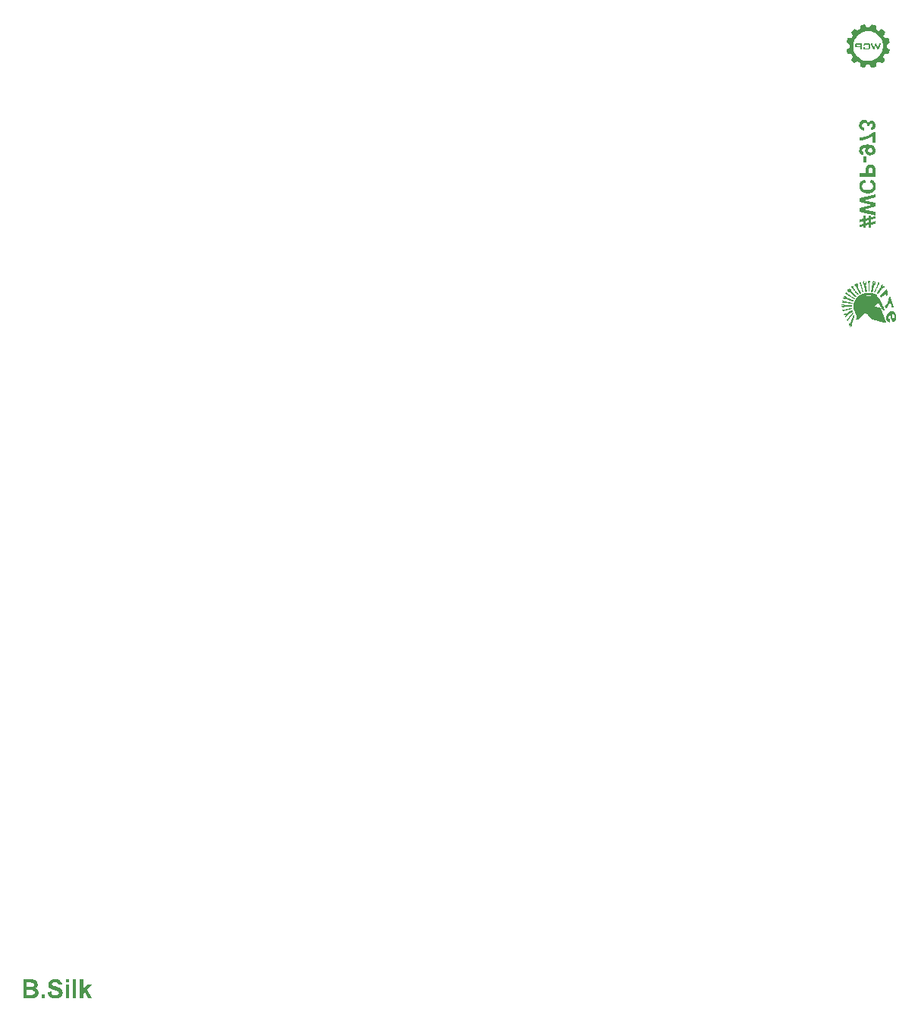
<source format=gbr>
%TF.GenerationSoftware,KiCad,Pcbnew,8.0.2-1*%
%TF.CreationDate,2024-09-28T15:44:51-07:00*%
%TF.ProjectId,TEE-CAN,5445452d-4341-44e2-9e6b-696361645f70,rev?*%
%TF.SameCoordinates,Original*%
%TF.FileFunction,Legend,Bot*%
%TF.FilePolarity,Positive*%
%FSLAX46Y46*%
G04 Gerber Fmt 4.6, Leading zero omitted, Abs format (unit mm)*
G04 Created by KiCad (PCBNEW 8.0.2-1) date 2024-09-28 15:44:51*
%MOMM*%
%LPD*%
G01*
G04 APERTURE LIST*
%ADD10C,0.300000*%
%ADD11C,0.228600*%
%ADD12C,0.000000*%
G04 APERTURE END LIST*
D10*
G36*
X55229608Y-177549943D02*
G01*
X55329713Y-177553526D01*
X55433122Y-177561668D01*
X55491147Y-177569790D01*
X55590960Y-177596239D01*
X55681083Y-177639978D01*
X55705053Y-177655650D01*
X55781484Y-177720898D01*
X55845755Y-177802866D01*
X55861884Y-177829356D01*
X55902694Y-177921686D01*
X55922699Y-178022863D01*
X55924915Y-178072543D01*
X55914027Y-178178628D01*
X55881364Y-178278012D01*
X55847492Y-178340546D01*
X55781678Y-178423529D01*
X55700369Y-178489344D01*
X55637556Y-178523681D01*
X55735933Y-178560475D01*
X55829125Y-178615631D01*
X55905354Y-178685811D01*
X55924915Y-178709795D01*
X55978044Y-178796502D01*
X56011496Y-178892224D01*
X56025270Y-178996961D01*
X56025664Y-179018990D01*
X56016521Y-179122911D01*
X55989093Y-179224738D01*
X55960648Y-179291460D01*
X55905257Y-179383004D01*
X55836604Y-179459613D01*
X55783469Y-179502388D01*
X55691948Y-179553057D01*
X55595056Y-179584544D01*
X55506533Y-179599663D01*
X55401078Y-179606231D01*
X55298063Y-179609434D01*
X55187535Y-179611574D01*
X55079754Y-179612931D01*
X55008246Y-179613560D01*
X54311439Y-179613560D01*
X54311439Y-179264163D01*
X54724362Y-179264163D01*
X55107010Y-179264163D01*
X55208473Y-179263388D01*
X55314657Y-179259789D01*
X55390398Y-179251756D01*
X55487771Y-179215510D01*
X55540281Y-179171355D01*
X55588765Y-179079931D01*
X55598348Y-178999635D01*
X55582602Y-178901580D01*
X55553681Y-178845781D01*
X55477957Y-178777364D01*
X55424643Y-178753469D01*
X55323410Y-178734510D01*
X55215035Y-178727047D01*
X55109085Y-178724445D01*
X55057876Y-178724187D01*
X54724362Y-178724187D01*
X54724362Y-179264163D01*
X54311439Y-179264163D01*
X54311439Y-178374791D01*
X54724362Y-178374791D01*
X54995342Y-178374791D01*
X55104528Y-178374357D01*
X55208907Y-178372593D01*
X55295108Y-178367843D01*
X55395068Y-178340546D01*
X55461866Y-178293894D01*
X55512836Y-178207756D01*
X55522911Y-178133092D01*
X55504364Y-178032119D01*
X55470303Y-177977750D01*
X55385195Y-177921528D01*
X55314960Y-177905290D01*
X55206666Y-177900303D01*
X55093114Y-177898776D01*
X54979608Y-177898348D01*
X54961594Y-177898342D01*
X54724362Y-177898342D01*
X54724362Y-178374791D01*
X54311439Y-178374791D01*
X54311439Y-177548945D01*
X55129344Y-177548945D01*
X55229608Y-177549943D01*
G37*
G36*
X56359675Y-179613560D02*
G01*
X56359675Y-179232400D01*
X56752249Y-179232400D01*
X56752249Y-179613560D01*
X56359675Y-179613560D01*
G37*
G36*
X57048045Y-178946530D02*
G01*
X57450049Y-178914767D01*
X57476317Y-179017074D01*
X57519317Y-179111410D01*
X57583411Y-179191668D01*
X57596954Y-179203614D01*
X57682533Y-179256171D01*
X57786410Y-179286912D01*
X57896721Y-179295927D01*
X58001174Y-179289370D01*
X58098999Y-179266707D01*
X58191055Y-179218143D01*
X58197479Y-179213044D01*
X58266690Y-179134768D01*
X58297835Y-179039094D01*
X58298725Y-179018494D01*
X58272674Y-178919852D01*
X58256043Y-178896900D01*
X58172878Y-178836666D01*
X58107649Y-178809551D01*
X58008379Y-178779180D01*
X57907140Y-178751429D01*
X57808152Y-178725393D01*
X57776616Y-178717239D01*
X57677692Y-178689821D01*
X57571747Y-178654553D01*
X57479726Y-178616702D01*
X57389966Y-178569279D01*
X57310588Y-178510778D01*
X57237103Y-178432498D01*
X57181666Y-178347047D01*
X57144279Y-178254423D01*
X57124941Y-178154627D01*
X57121994Y-178094381D01*
X57132433Y-177988281D01*
X57163749Y-177886991D01*
X57210336Y-177799081D01*
X57273469Y-177719295D01*
X57351820Y-177652401D01*
X57445391Y-177598399D01*
X57465931Y-177589146D01*
X57565429Y-177554359D01*
X57662967Y-177532994D01*
X57769067Y-177520626D01*
X57868928Y-177517182D01*
X57984628Y-177521411D01*
X58091023Y-177534097D01*
X58188112Y-177555241D01*
X58292335Y-177591777D01*
X58383158Y-177640492D01*
X58448608Y-177690391D01*
X58525082Y-177771704D01*
X58583840Y-177864083D01*
X58624882Y-177967530D01*
X58645959Y-178065006D01*
X58653580Y-178152448D01*
X58240161Y-178152448D01*
X58211849Y-178050249D01*
X58157118Y-177961537D01*
X58126508Y-177933579D01*
X58033359Y-177887778D01*
X57926902Y-177868934D01*
X57864461Y-177866578D01*
X57759734Y-177873655D01*
X57661999Y-177897784D01*
X57582562Y-177939038D01*
X57522232Y-178022510D01*
X57517050Y-178064106D01*
X57551667Y-178159117D01*
X57578591Y-178185700D01*
X57668507Y-178235416D01*
X57763425Y-178270033D01*
X57869429Y-178301289D01*
X57958262Y-178324168D01*
X58065888Y-178351818D01*
X58162451Y-178379677D01*
X58261127Y-178412443D01*
X58355463Y-178450240D01*
X58404437Y-178474051D01*
X58488546Y-178527297D01*
X58566848Y-178598519D01*
X58630254Y-178682994D01*
X58676877Y-178781427D01*
X58702467Y-178883634D01*
X58711824Y-178985980D01*
X58712144Y-179010057D01*
X58702596Y-179118303D01*
X58673952Y-179222187D01*
X58626212Y-179321709D01*
X58614372Y-179341090D01*
X58552977Y-179421630D01*
X58478783Y-179489608D01*
X58391791Y-179545023D01*
X58337933Y-179570381D01*
X58243108Y-179603168D01*
X58137303Y-179626587D01*
X58035715Y-179639395D01*
X57925721Y-179645030D01*
X57892750Y-179645323D01*
X57775865Y-179640973D01*
X57667776Y-179627923D01*
X57568484Y-179606174D01*
X57460946Y-179568590D01*
X57366075Y-179518479D01*
X57296692Y-179467151D01*
X57224591Y-179394409D01*
X57164249Y-179310187D01*
X57115668Y-179214485D01*
X57078847Y-179107301D01*
X57057146Y-179009211D01*
X57048045Y-178946530D01*
G37*
G36*
X59045658Y-177898342D02*
G01*
X59045658Y-177548945D01*
X59438233Y-177548945D01*
X59438233Y-177898342D01*
X59045658Y-177898342D01*
G37*
G36*
X59045658Y-179613560D02*
G01*
X59045658Y-178120685D01*
X59438233Y-178120685D01*
X59438233Y-179613560D01*
X59045658Y-179613560D01*
G37*
G36*
X59835770Y-179613560D02*
G01*
X59835770Y-177548945D01*
X60228345Y-177548945D01*
X60228345Y-179613560D01*
X59835770Y-179613560D01*
G37*
G36*
X60611986Y-179613560D02*
G01*
X60611986Y-177548945D01*
X61004560Y-177548945D01*
X61004560Y-178646268D01*
X61463639Y-178120685D01*
X61946540Y-178120685D01*
X61439817Y-178666616D01*
X61982770Y-179613560D01*
X61559922Y-179613560D01*
X61187199Y-178940078D01*
X61004560Y-179135621D01*
X61004560Y-179613560D01*
X60611986Y-179613560D01*
G37*
D11*
G36*
X148344873Y-92650089D02*
G01*
X148706181Y-92574961D01*
X148706181Y-92353052D01*
X148956317Y-92353052D01*
X148956317Y-92522415D01*
X149428796Y-92423837D01*
X149428796Y-92707412D01*
X148956317Y-92802950D01*
X148956317Y-93072193D01*
X149428796Y-92974918D01*
X149428796Y-93248504D01*
X148956317Y-93346648D01*
X148956317Y-93692756D01*
X148706181Y-93692756D01*
X148706181Y-93398325D01*
X148344873Y-93473453D01*
X148344873Y-93692756D01*
X148094737Y-93692756D01*
X148094737Y-93525130D01*
X147622259Y-93623274D01*
X147622259Y-93347082D01*
X148094737Y-93249807D01*
X148094737Y-92977958D01*
X147622259Y-93073496D01*
X147622259Y-92927149D01*
X148344873Y-92927149D01*
X148344873Y-93198130D01*
X148706181Y-93123870D01*
X148706181Y-92853758D01*
X148344873Y-92927149D01*
X147622259Y-92927149D01*
X147622259Y-92801213D01*
X148094737Y-92702635D01*
X148094737Y-92353052D01*
X148344873Y-92353052D01*
X148344873Y-92650089D01*
G37*
G36*
X147622259Y-91894470D02*
G01*
X149428796Y-92321785D01*
X149428796Y-91951793D01*
X148187670Y-91682115D01*
X149428796Y-91354680D01*
X149428796Y-90924759D01*
X148166825Y-90610786D01*
X149428796Y-90335897D01*
X149428796Y-89971984D01*
X147622259Y-90406682D01*
X147622259Y-90790137D01*
X148972819Y-91147102D01*
X147622259Y-91502330D01*
X147622259Y-91894470D01*
G37*
G36*
X148317081Y-88654428D02*
G01*
X148205909Y-88303977D01*
X148117078Y-88331826D01*
X148035689Y-88364892D01*
X147947848Y-88411457D01*
X147870724Y-88465533D01*
X147804317Y-88527121D01*
X147766000Y-88572352D01*
X147717150Y-88646097D01*
X147678407Y-88726956D01*
X147649771Y-88814931D01*
X147631242Y-88910019D01*
X147622820Y-89012222D01*
X147622259Y-89047871D01*
X147626031Y-89135022D01*
X147641358Y-89238389D01*
X147668474Y-89335564D01*
X147707379Y-89426547D01*
X147758074Y-89511339D01*
X147820559Y-89589939D01*
X147863709Y-89634127D01*
X147943488Y-89700182D01*
X148031919Y-89755042D01*
X148129000Y-89798706D01*
X148212895Y-89825576D01*
X148302326Y-89845281D01*
X148397294Y-89857820D01*
X148497799Y-89863194D01*
X148523790Y-89863418D01*
X148631433Y-89859815D01*
X148732888Y-89849006D01*
X148828155Y-89830991D01*
X148917233Y-89805769D01*
X149000123Y-89773342D01*
X149095034Y-89722675D01*
X149180275Y-89660747D01*
X149211664Y-89632824D01*
X149282223Y-89557086D01*
X149340823Y-89474267D01*
X149387464Y-89384365D01*
X149422146Y-89287381D01*
X149444869Y-89183314D01*
X149454436Y-89094962D01*
X149456589Y-89025723D01*
X149451563Y-88926014D01*
X149436487Y-88832349D01*
X149411360Y-88744726D01*
X149376182Y-88663147D01*
X149330953Y-88587611D01*
X149275674Y-88518118D01*
X149250748Y-88492013D01*
X149183111Y-88434799D01*
X149102229Y-88385184D01*
X149020593Y-88348005D01*
X148928816Y-88316645D01*
X148900731Y-88308754D01*
X148845145Y-88666587D01*
X148935445Y-88696541D01*
X149011684Y-88742812D01*
X149068791Y-88799037D01*
X149115520Y-88873434D01*
X149142852Y-88958093D01*
X149150867Y-89043962D01*
X149142019Y-89138740D01*
X149115475Y-89224182D01*
X149071234Y-89300286D01*
X149009297Y-89367055D01*
X148927520Y-89421202D01*
X148837930Y-89455890D01*
X148747743Y-89476195D01*
X148645188Y-89487798D01*
X148550280Y-89490820D01*
X148449835Y-89487840D01*
X148358848Y-89478903D01*
X148262146Y-89460313D01*
X148179063Y-89433142D01*
X148099344Y-89390599D01*
X148070853Y-89368792D01*
X148008346Y-89303191D01*
X147963698Y-89228416D01*
X147936910Y-89144467D01*
X147927980Y-89051345D01*
X147939064Y-88956996D01*
X147972316Y-88872192D01*
X148021781Y-88803380D01*
X148090924Y-88744237D01*
X148171137Y-88700798D01*
X148256742Y-88669973D01*
X148317081Y-88654428D01*
G37*
G36*
X148968976Y-86637028D02*
G01*
X149062078Y-86654866D01*
X149145355Y-86685679D01*
X149227297Y-86735850D01*
X149267055Y-86769514D01*
X149326971Y-86836308D01*
X149371910Y-86911071D01*
X149401871Y-86993803D01*
X149409628Y-87030635D01*
X149420277Y-87125253D01*
X149425614Y-87224018D01*
X149428139Y-87326206D01*
X149428796Y-87423724D01*
X149428796Y-88003900D01*
X147622259Y-88003900D01*
X147622259Y-87642159D01*
X148317081Y-87642159D01*
X148317081Y-87444134D01*
X148622802Y-87444134D01*
X148622802Y-87642159D01*
X149123074Y-87642159D01*
X149123074Y-87467585D01*
X149122492Y-87388344D01*
X149119642Y-87296843D01*
X149110915Y-87207461D01*
X149085953Y-87131590D01*
X149032747Y-87061982D01*
X148961854Y-87018990D01*
X148874241Y-87004660D01*
X148818302Y-87010400D01*
X148737014Y-87045480D01*
X148697116Y-87080493D01*
X148650161Y-87158389D01*
X148646848Y-87167953D01*
X148630524Y-87257078D01*
X148624512Y-87346154D01*
X148622802Y-87444134D01*
X148317081Y-87444134D01*
X148317081Y-87406354D01*
X148318307Y-87304557D01*
X148321985Y-87213858D01*
X148329191Y-87123789D01*
X148342702Y-87031584D01*
X148350266Y-87001813D01*
X148382612Y-86919357D01*
X148427384Y-86843982D01*
X148457619Y-86805242D01*
X148526009Y-86741455D01*
X148603260Y-86691990D01*
X148617469Y-86684733D01*
X148702893Y-86653188D01*
X148791239Y-86636802D01*
X148879452Y-86632061D01*
X148968976Y-86637028D01*
G37*
G36*
X148094737Y-86386268D02*
G01*
X148400459Y-86386268D01*
X148400459Y-85712291D01*
X148094737Y-85712291D01*
X148094737Y-86386268D01*
G37*
G36*
X148552457Y-84423566D02*
G01*
X148667007Y-84427658D01*
X148773035Y-84437205D01*
X148870541Y-84452207D01*
X148959525Y-84472665D01*
X149058769Y-84505909D01*
X149144697Y-84547677D01*
X149217309Y-84597970D01*
X149242919Y-84620173D01*
X149309835Y-84691364D01*
X149361880Y-84769424D01*
X149399056Y-84854355D01*
X149421361Y-84946156D01*
X149428796Y-85044827D01*
X149424809Y-85120967D01*
X149409502Y-85206626D01*
X149377132Y-85298688D01*
X149329136Y-85382272D01*
X149265513Y-85457378D01*
X149200795Y-85512278D01*
X149116069Y-85561972D01*
X149021409Y-85596206D01*
X148932366Y-85613244D01*
X148836026Y-85618924D01*
X148758562Y-85615181D01*
X148671764Y-85600810D01*
X148578989Y-85570420D01*
X148495358Y-85525360D01*
X148420870Y-85465629D01*
X148383516Y-85426396D01*
X148330132Y-85353362D01*
X148292000Y-85274760D01*
X148269121Y-85190588D01*
X148261495Y-85100847D01*
X148267370Y-85042656D01*
X148567216Y-85042656D01*
X148567485Y-85055334D01*
X148586581Y-85141988D01*
X148635830Y-85213756D01*
X148675022Y-85243584D01*
X148759550Y-85273879D01*
X148851225Y-85281935D01*
X148894433Y-85280398D01*
X148981954Y-85264164D01*
X149059237Y-85218967D01*
X149107115Y-85147965D01*
X149123074Y-85060895D01*
X149122391Y-85042300D01*
X149098479Y-84955735D01*
X149045341Y-84884584D01*
X149002756Y-84851145D01*
X148916768Y-84817185D01*
X148827775Y-84808153D01*
X148796711Y-84809212D01*
X148709064Y-84827273D01*
X148633225Y-84875898D01*
X148629164Y-84880163D01*
X148581720Y-84956702D01*
X148567216Y-85042656D01*
X148267370Y-85042656D01*
X148270886Y-85007833D01*
X148299059Y-84922908D01*
X148346013Y-84846070D01*
X148411750Y-84777321D01*
X148373654Y-84780137D01*
X148269257Y-84791108D01*
X148179701Y-84805867D01*
X148083375Y-84831434D01*
X148000068Y-84872859D01*
X147971294Y-84896849D01*
X147919305Y-84966568D01*
X147900187Y-85053512D01*
X147906905Y-85112057D01*
X147947956Y-85189003D01*
X148008536Y-85230475D01*
X148094737Y-85252405D01*
X148059128Y-85584617D01*
X148030592Y-85579694D01*
X147937823Y-85556747D01*
X147856110Y-85524906D01*
X147776259Y-85477625D01*
X147710848Y-85418728D01*
X147654589Y-85339545D01*
X147620038Y-85258433D01*
X147600035Y-85167224D01*
X147594466Y-85079134D01*
X147595317Y-85043085D01*
X147608091Y-84940088D01*
X147636192Y-84844816D01*
X147679622Y-84757270D01*
X147738380Y-84677448D01*
X147812466Y-84605352D01*
X147855749Y-84572835D01*
X147938593Y-84525746D01*
X148034815Y-84487542D01*
X148121427Y-84463376D01*
X148216602Y-84444896D01*
X148320340Y-84432103D01*
X148432642Y-84424995D01*
X148522487Y-84423396D01*
X148552457Y-84423566D01*
G37*
G36*
X149067488Y-84207567D02*
G01*
X149401003Y-84207567D01*
X149401003Y-83033752D01*
X149150867Y-83033752D01*
X149081785Y-83097627D01*
X149013012Y-83152741D01*
X148935414Y-83208191D01*
X148848992Y-83263977D01*
X148770233Y-83310722D01*
X148737014Y-83329485D01*
X148652037Y-83374701D01*
X148565386Y-83416440D01*
X148477060Y-83454701D01*
X148387058Y-83489484D01*
X148295381Y-83520790D01*
X148202029Y-83548619D01*
X148164220Y-83558776D01*
X148071065Y-83581389D01*
X147981049Y-83600099D01*
X147894170Y-83614908D01*
X147794059Y-83627529D01*
X147698467Y-83634532D01*
X147622259Y-83636075D01*
X147622259Y-83966984D01*
X147715198Y-83962689D01*
X147808585Y-83954146D01*
X147902420Y-83941356D01*
X147996702Y-83924318D01*
X148091433Y-83903032D01*
X148186611Y-83877499D01*
X148282238Y-83847718D01*
X148378312Y-83813689D01*
X148473436Y-83776017D01*
X148565995Y-83735305D01*
X148655990Y-83691553D01*
X148743419Y-83644761D01*
X148828284Y-83594929D01*
X148910583Y-83542057D01*
X148990318Y-83486146D01*
X149067488Y-83427194D01*
X149067488Y-84207567D01*
G37*
G36*
X148135124Y-82835293D02*
G01*
X148178116Y-82503081D01*
X148092757Y-82485723D01*
X148011196Y-82448934D01*
X147971407Y-82417531D01*
X147920287Y-82345903D01*
X147900466Y-82261298D01*
X147900187Y-82249037D01*
X147915731Y-82162722D01*
X147962362Y-82089207D01*
X147981395Y-82070554D01*
X148056764Y-82023318D01*
X148143003Y-82001089D01*
X148200698Y-81997598D01*
X148290835Y-82007430D01*
X148371392Y-82040272D01*
X148407407Y-82067515D01*
X148462267Y-82139334D01*
X148483539Y-82224511D01*
X148483838Y-82236877D01*
X148474805Y-82324295D01*
X148458216Y-82394515D01*
X148733974Y-82356734D01*
X148738872Y-82268749D01*
X148763449Y-82185010D01*
X148788691Y-82144379D01*
X148856436Y-82089336D01*
X148943289Y-82070989D01*
X149028966Y-82089972D01*
X149074002Y-82124837D01*
X149116173Y-82205685D01*
X149123074Y-82267710D01*
X149107019Y-82353806D01*
X149066186Y-82417965D01*
X148991373Y-82470220D01*
X148900731Y-82493527D01*
X148950671Y-82809671D01*
X149038694Y-82788462D01*
X149124088Y-82758691D01*
X149202935Y-82718400D01*
X149215572Y-82710225D01*
X149284172Y-82653004D01*
X149340803Y-82581004D01*
X149371907Y-82524794D01*
X149404296Y-82439356D01*
X149423240Y-82347247D01*
X149428796Y-82257722D01*
X149423254Y-82166471D01*
X149402779Y-82068926D01*
X149367219Y-81980981D01*
X149316571Y-81902636D01*
X149271158Y-81852554D01*
X149195930Y-81791677D01*
X149115342Y-81750723D01*
X149029396Y-81729692D01*
X148979333Y-81726618D01*
X148882916Y-81738940D01*
X148795434Y-81775908D01*
X148716888Y-81837521D01*
X148656674Y-81909949D01*
X148611511Y-81984136D01*
X148582156Y-81894077D01*
X148536431Y-81816062D01*
X148474337Y-81750092D01*
X148459953Y-81738343D01*
X148381879Y-81689564D01*
X148294221Y-81658852D01*
X148207133Y-81646657D01*
X148176379Y-81645844D01*
X148088339Y-81651905D01*
X147991954Y-81674298D01*
X147902386Y-81713189D01*
X147819633Y-81768580D01*
X147764697Y-81818247D01*
X147706845Y-81885712D01*
X147654479Y-81971947D01*
X147618404Y-82066286D01*
X147600450Y-82153599D01*
X147594466Y-82246866D01*
X147599717Y-82334997D01*
X147619120Y-82430485D01*
X147652820Y-82518077D01*
X147700816Y-82597772D01*
X147743852Y-82649862D01*
X147813784Y-82713358D01*
X147892484Y-82764011D01*
X147979954Y-82801822D01*
X148076193Y-82826791D01*
X148135124Y-82835293D01*
G37*
D12*
%TO.C,G\u002A\u002A\u002A*%
G36*
X147862400Y-73472100D02*
G01*
X147862400Y-73815000D01*
X147786200Y-73815000D01*
X147748571Y-73813573D01*
X147721901Y-73800670D01*
X147711665Y-73763180D01*
X147710000Y-73688000D01*
X147710000Y-73561000D01*
X147457441Y-73561000D01*
X147344094Y-73560170D01*
X147266078Y-73556209D01*
X147217519Y-73547017D01*
X147187559Y-73530496D01*
X147165341Y-73504548D01*
X147135277Y-73433448D01*
X147125782Y-73338874D01*
X147136491Y-73268900D01*
X147316300Y-73268900D01*
X147316300Y-73345100D01*
X147316300Y-73421300D01*
X147514842Y-73428748D01*
X147713383Y-73436197D01*
X147705342Y-73352548D01*
X147697300Y-73268900D01*
X147506800Y-73268900D01*
X147316300Y-73268900D01*
X147136491Y-73268900D01*
X147139804Y-73247255D01*
X147176600Y-73180000D01*
X147186043Y-73171118D01*
X147214371Y-73152464D01*
X147254732Y-73140281D01*
X147316815Y-73133234D01*
X147410308Y-73129985D01*
X147544900Y-73129200D01*
X147862400Y-73129200D01*
X147862400Y-73436197D01*
X147862400Y-73472100D01*
G37*
G36*
X148529783Y-73129450D02*
G01*
X148648268Y-73133793D01*
X148728399Y-73148719D01*
X148778092Y-73180782D01*
X148805266Y-73236532D01*
X148817838Y-73322523D01*
X148823726Y-73445306D01*
X148826218Y-73561177D01*
X148822698Y-73649550D01*
X148811492Y-73709394D01*
X148791390Y-73752180D01*
X148775854Y-73774060D01*
X148753592Y-73793521D01*
X148719318Y-73805574D01*
X148663335Y-73811991D01*
X148575946Y-73814543D01*
X148447455Y-73815000D01*
X148367846Y-73814839D01*
X148263467Y-73813132D01*
X148194676Y-73808244D01*
X148151802Y-73798580D01*
X148125180Y-73782546D01*
X148105141Y-73758548D01*
X148103592Y-73756293D01*
X148076998Y-73696985D01*
X148066638Y-73633048D01*
X148073194Y-73581823D01*
X148097350Y-73560653D01*
X148127186Y-73557475D01*
X148186250Y-73544990D01*
X148217643Y-73539478D01*
X148238791Y-73555044D01*
X148243400Y-73608837D01*
X148243400Y-73688000D01*
X148446600Y-73688000D01*
X148649800Y-73688000D01*
X148649800Y-73484800D01*
X148649800Y-73281600D01*
X148446600Y-73281600D01*
X148387601Y-73281820D01*
X148309127Y-73284478D01*
X148265774Y-73292299D01*
X148247284Y-73307927D01*
X148243400Y-73334009D01*
X148240724Y-73358792D01*
X148218255Y-73378669D01*
X148160850Y-73378459D01*
X148125703Y-73373390D01*
X148085369Y-73351505D01*
X148070412Y-73302188D01*
X148073417Y-73254336D01*
X148114862Y-73181538D01*
X148141740Y-73159263D01*
X148178194Y-73143529D01*
X148233180Y-73134421D01*
X148317448Y-73130218D01*
X148441746Y-73129200D01*
X148529783Y-73129450D01*
G37*
G36*
X149944312Y-73129246D02*
G01*
X149999067Y-73131567D01*
X150021400Y-73136315D01*
X150020486Y-73139535D01*
X150006684Y-73177714D01*
X149978862Y-73251706D01*
X149940330Y-73352753D01*
X149894400Y-73472100D01*
X149879267Y-73511328D01*
X149835300Y-73626066D01*
X149799789Y-73719895D01*
X149776050Y-73784001D01*
X149767400Y-73809571D01*
X149749828Y-73813392D01*
X149700740Y-73810337D01*
X149660512Y-73798319D01*
X149623622Y-73760374D01*
X149588174Y-73684985D01*
X149576660Y-73655759D01*
X149536822Y-73556617D01*
X149500700Y-73469085D01*
X149459130Y-73370500D01*
X149375707Y-73586400D01*
X149360352Y-73625700D01*
X149321866Y-73716700D01*
X149291167Y-73771618D01*
X149262230Y-73799641D01*
X149229028Y-73809952D01*
X149205918Y-73810589D01*
X149182475Y-73800833D01*
X149159081Y-73772735D01*
X149131316Y-73718972D01*
X149094754Y-73632219D01*
X149044975Y-73505152D01*
X149036951Y-73484401D01*
X148991542Y-73367104D01*
X148952742Y-73267097D01*
X148924447Y-73194412D01*
X148910555Y-73159084D01*
X148908171Y-73150711D01*
X148923072Y-73133553D01*
X148979603Y-73133684D01*
X149016941Y-73139500D01*
X149047253Y-73155141D01*
X149073077Y-73189846D01*
X149101379Y-73253287D01*
X149139126Y-73355134D01*
X149215980Y-73568368D01*
X149303850Y-73348784D01*
X149321821Y-73304404D01*
X149361034Y-73214843D01*
X149391635Y-73161526D01*
X149419350Y-73135847D01*
X149449900Y-73129200D01*
X149461479Y-73129926D01*
X149490440Y-73142404D01*
X149518576Y-73177056D01*
X149551645Y-73242513D01*
X149595399Y-73347405D01*
X149682717Y-73565610D01*
X149765073Y-73347405D01*
X149773214Y-73325854D01*
X149810216Y-73230856D01*
X149837794Y-73172767D01*
X149862991Y-73142512D01*
X149892850Y-73131015D01*
X149934415Y-73129200D01*
X149944312Y-73129246D01*
G37*
G36*
X150656401Y-73608222D02*
G01*
X150834201Y-73704256D01*
X150841937Y-73708465D01*
X150930655Y-73762018D01*
X150990224Y-73808205D01*
X151012000Y-73840408D01*
X151011687Y-73847513D01*
X151002181Y-73906598D01*
X150982617Y-73993681D01*
X150957322Y-74091786D01*
X150930620Y-74183934D01*
X150906838Y-74253150D01*
X150893891Y-74282125D01*
X150873646Y-74305274D01*
X150837799Y-74317529D01*
X150774617Y-74322406D01*
X150672369Y-74323422D01*
X150465900Y-74323845D01*
X150383838Y-74476171D01*
X150301775Y-74628497D01*
X150404050Y-74795595D01*
X150452413Y-74877698D01*
X150480786Y-74937460D01*
X150487027Y-74976231D01*
X150474784Y-75004796D01*
X150414174Y-75077789D01*
X150336220Y-75161133D01*
X150257564Y-75237693D01*
X150194364Y-75290979D01*
X150126027Y-75340304D01*
X149959762Y-75238539D01*
X149793498Y-75136774D01*
X149641172Y-75218837D01*
X149488846Y-75300900D01*
X149488423Y-75507368D01*
X149488412Y-75517330D01*
X149487896Y-75610147D01*
X149480882Y-75672670D01*
X149459042Y-75714207D01*
X149414049Y-75744067D01*
X149337577Y-75771557D01*
X149221300Y-75805987D01*
X149200950Y-75811958D01*
X149096608Y-75838939D01*
X149024917Y-75843597D01*
X148972562Y-75820846D01*
X148926230Y-75765597D01*
X148872605Y-75672765D01*
X148777909Y-75498870D01*
X148601789Y-75498870D01*
X148425668Y-75498870D01*
X148328962Y-75675290D01*
X148232255Y-75851710D01*
X148129878Y-75835950D01*
X148069349Y-75823830D01*
X147969335Y-75798257D01*
X147867026Y-75767450D01*
X147706551Y-75714710D01*
X147713923Y-75512851D01*
X147721294Y-75310992D01*
X147568066Y-75224640D01*
X147414838Y-75138289D01*
X147244397Y-75240365D01*
X147073955Y-75342440D01*
X146976612Y-75265343D01*
X146939836Y-75234039D01*
X146859295Y-75155931D01*
X146786419Y-75074934D01*
X146693568Y-74961623D01*
X146799769Y-74792242D01*
X146842799Y-74722885D01*
X146876511Y-74662252D01*
X146888828Y-74622424D01*
X146883038Y-74590976D01*
X146862430Y-74555481D01*
X146819557Y-74483893D01*
X146777140Y-74405550D01*
X146735392Y-74323000D01*
X146525217Y-74323000D01*
X146315042Y-74323000D01*
X146266276Y-74164250D01*
X146243990Y-74087146D01*
X146217762Y-73984397D01*
X146200991Y-73903900D01*
X146184473Y-73802300D01*
X146363037Y-73705561D01*
X146541600Y-73608822D01*
X146541600Y-73434000D01*
X146940448Y-73434000D01*
X146951574Y-73651077D01*
X147003035Y-73914739D01*
X147098390Y-74157707D01*
X147239867Y-74385304D01*
X147429696Y-74602856D01*
X147448014Y-74620999D01*
X147609661Y-74766719D01*
X147766353Y-74877433D01*
X147933719Y-74962761D01*
X148127389Y-75032324D01*
X148208660Y-75052793D01*
X148332600Y-75074758D01*
X148467887Y-75091550D01*
X148599288Y-75101701D01*
X148711570Y-75103740D01*
X148789500Y-75096198D01*
X148818894Y-75089787D01*
X148892368Y-75074628D01*
X148980000Y-75057185D01*
X148996735Y-75053557D01*
X149094115Y-75024765D01*
X149210031Y-74981710D01*
X149322900Y-74932256D01*
X149545585Y-74804083D01*
X149765763Y-74623686D01*
X149950136Y-74407664D01*
X150096823Y-74157900D01*
X150096833Y-74157878D01*
X150176169Y-73973915D01*
X150226753Y-73806365D01*
X150253499Y-73633602D01*
X150261323Y-73434000D01*
X150253511Y-73234504D01*
X150226728Y-73061553D01*
X150176041Y-72893972D01*
X150096519Y-72710100D01*
X149961396Y-72474873D01*
X149784971Y-72260633D01*
X149572925Y-72081990D01*
X149322900Y-71936585D01*
X149288152Y-71920141D01*
X149114522Y-71847935D01*
X148953376Y-71802210D01*
X148784155Y-71778367D01*
X148586300Y-71771806D01*
X148359335Y-71785305D01*
X148104381Y-71838417D01*
X147868632Y-71934314D01*
X147645824Y-72075665D01*
X147429696Y-72265143D01*
X147281094Y-72429551D01*
X147128917Y-72653196D01*
X147023053Y-72891244D01*
X146961048Y-73149558D01*
X146940448Y-73434000D01*
X146541600Y-73434000D01*
X146541600Y-73259177D01*
X146363037Y-73162438D01*
X146184473Y-73065700D01*
X146200991Y-72964100D01*
X146212653Y-72905825D01*
X146237214Y-72806029D01*
X146266276Y-72703750D01*
X146315042Y-72545000D01*
X146525217Y-72545000D01*
X146735392Y-72545000D01*
X146777140Y-72462450D01*
X146819152Y-72384794D01*
X146861675Y-72313762D01*
X146878104Y-72286541D01*
X146887462Y-72255168D01*
X146879818Y-72217680D01*
X146852016Y-72161662D01*
X146800899Y-72074700D01*
X146697337Y-71901777D01*
X146788303Y-71790765D01*
X146821404Y-71752443D01*
X146901299Y-71669902D01*
X146976612Y-71602656D01*
X147073955Y-71525559D01*
X147242950Y-71626768D01*
X147411944Y-71727977D01*
X147564785Y-71643266D01*
X147717625Y-71558554D01*
X147712267Y-71355862D01*
X147706909Y-71153170D01*
X147867205Y-71100489D01*
X147946958Y-71076061D01*
X148049585Y-71048825D01*
X148129878Y-71032049D01*
X148232255Y-71016290D01*
X148328143Y-71191215D01*
X148424030Y-71366141D01*
X148601787Y-71366141D01*
X148779543Y-71366141D01*
X148873422Y-71193740D01*
X148881141Y-71179598D01*
X148932196Y-71092577D01*
X148976965Y-71042559D01*
X149029127Y-71024128D01*
X149102359Y-71031870D01*
X149210340Y-71060370D01*
X149237170Y-71067998D01*
X149347935Y-71100099D01*
X149420205Y-71127057D01*
X149462183Y-71157730D01*
X149482077Y-71200978D01*
X149488088Y-71265658D01*
X149488423Y-71360631D01*
X149488846Y-71567100D01*
X149641172Y-71649162D01*
X149793498Y-71731225D01*
X149959762Y-71629460D01*
X150126027Y-71527695D01*
X150194364Y-71577020D01*
X150256814Y-71629617D01*
X150335394Y-71706023D01*
X150413437Y-71789382D01*
X150474784Y-71863203D01*
X150486647Y-71889051D01*
X150482147Y-71926514D01*
X150455830Y-71984036D01*
X150404050Y-72072404D01*
X150301775Y-72239502D01*
X150383838Y-72391828D01*
X150465900Y-72544154D01*
X150672369Y-72544577D01*
X150758190Y-72545203D01*
X150828037Y-72549056D01*
X150868273Y-72559604D01*
X150890629Y-72580363D01*
X150906838Y-72614849D01*
X150911258Y-72626326D01*
X150935991Y-72701619D01*
X150962756Y-72796368D01*
X150987231Y-72893598D01*
X151005087Y-72976332D01*
X151012000Y-73027591D01*
X151011865Y-73029410D01*
X150986894Y-73062915D01*
X150924791Y-73109899D01*
X150834201Y-73163743D01*
X150656401Y-73259777D01*
X150656401Y-73434000D01*
X150656401Y-73608222D01*
G37*
G36*
X150662378Y-100549978D02*
G01*
X150676666Y-100567730D01*
X150698035Y-100597035D01*
X150723427Y-100633778D01*
X150780054Y-100717678D01*
X150762740Y-100826120D01*
X150759432Y-100847613D01*
X150753285Y-100899123D01*
X150751691Y-100944955D01*
X150754625Y-100993992D01*
X150762060Y-101055119D01*
X150778694Y-101175675D01*
X150709181Y-101240807D01*
X150676785Y-101270604D01*
X150648234Y-101293352D01*
X150627877Y-101301601D01*
X150613570Y-101293994D01*
X150603165Y-101269171D01*
X150594519Y-101225773D01*
X150585485Y-101162440D01*
X150577931Y-101110822D01*
X150569806Y-101065608D01*
X150562667Y-101037117D01*
X150557003Y-101027666D01*
X150547971Y-101033794D01*
X150528673Y-101052565D01*
X150504767Y-101079262D01*
X150493485Y-101091731D01*
X150464914Y-101121077D01*
X150425124Y-101160453D01*
X150376891Y-101207155D01*
X150322984Y-101258481D01*
X150266180Y-101311729D01*
X150222859Y-101351856D01*
X150172510Y-101398073D01*
X150128952Y-101437588D01*
X150094401Y-101468411D01*
X150071068Y-101488552D01*
X150061168Y-101496020D01*
X150052272Y-101488674D01*
X150033898Y-101466958D01*
X150008815Y-101434252D01*
X149979728Y-101393949D01*
X149906875Y-101290235D01*
X149932213Y-101263514D01*
X149944353Y-101250940D01*
X149972216Y-101222517D01*
X150011414Y-101182791D01*
X150059756Y-101133963D01*
X150115050Y-101078238D01*
X150175104Y-101017818D01*
X150237729Y-100954905D01*
X150300733Y-100891702D01*
X150361923Y-100830410D01*
X150419109Y-100773233D01*
X150470101Y-100722374D01*
X150512706Y-100680033D01*
X150554316Y-100639313D01*
X150594109Y-100601458D01*
X150626468Y-100571840D01*
X150648842Y-100552790D01*
X150658678Y-100546644D01*
X150662378Y-100549978D01*
G37*
G36*
X146836541Y-100178228D02*
G01*
X146871294Y-100192571D01*
X146904925Y-100215077D01*
X146921767Y-100231683D01*
X146936692Y-100258271D01*
X146946370Y-100297448D01*
X146949235Y-100311992D01*
X146953641Y-100328293D01*
X146960281Y-100345822D01*
X146970215Y-100366176D01*
X146984506Y-100390947D01*
X147004216Y-100421730D01*
X147030404Y-100460118D01*
X147064134Y-100507703D01*
X147106468Y-100566083D01*
X147158465Y-100636848D01*
X147221188Y-100721594D01*
X147295698Y-100821914D01*
X147530266Y-101137460D01*
X147508222Y-101168942D01*
X147503567Y-101175538D01*
X147492774Y-101189379D01*
X147482181Y-101198387D01*
X147470487Y-101201328D01*
X147456393Y-101196963D01*
X147438598Y-101184054D01*
X147415802Y-101161366D01*
X147386704Y-101127661D01*
X147350005Y-101081703D01*
X147304402Y-101022254D01*
X147248597Y-100948077D01*
X147181290Y-100857935D01*
X147114692Y-100768624D01*
X147052956Y-100685886D01*
X147001863Y-100617598D01*
X146960247Y-100562340D01*
X146926950Y-100518695D01*
X146900809Y-100485246D01*
X146880665Y-100460574D01*
X146865357Y-100443264D01*
X146853725Y-100431894D01*
X146844607Y-100425049D01*
X146836844Y-100421310D01*
X146829273Y-100419261D01*
X146820738Y-100417482D01*
X146785652Y-100405427D01*
X146751931Y-100378833D01*
X146725336Y-100335390D01*
X146721603Y-100326867D01*
X146711605Y-100289600D01*
X146714940Y-100264368D01*
X146729179Y-100253449D01*
X146751884Y-100259116D01*
X146780628Y-100283648D01*
X146787360Y-100290765D01*
X146808560Y-100308302D01*
X146823831Y-100314135D01*
X146833596Y-100310269D01*
X146840958Y-100294253D01*
X146833526Y-100270879D01*
X146812079Y-100244741D01*
X146800758Y-100234025D01*
X146782313Y-100212572D01*
X146778496Y-100196623D01*
X146787319Y-100181063D01*
X146787454Y-100180907D01*
X146806611Y-100173766D01*
X146836541Y-100178228D01*
G37*
G36*
X149236113Y-99635544D02*
G01*
X149247072Y-99645042D01*
X149251996Y-99654579D01*
X149252116Y-99672214D01*
X149243977Y-99699631D01*
X149226615Y-99741373D01*
X149210664Y-99779129D01*
X149199054Y-99814946D01*
X149197704Y-99840039D01*
X149206581Y-99858977D01*
X149225653Y-99876318D01*
X149242907Y-99887388D01*
X149267648Y-99893563D01*
X149290619Y-99883775D01*
X149314493Y-99856507D01*
X149341943Y-99810244D01*
X149348550Y-99798070D01*
X149368055Y-99764141D01*
X149383512Y-99740142D01*
X149392044Y-99730643D01*
X149396994Y-99730274D01*
X149416286Y-99740535D01*
X149430486Y-99767818D01*
X149438840Y-99808847D01*
X149440607Y-99860343D01*
X149435036Y-99919032D01*
X149423754Y-99991789D01*
X149350414Y-100045525D01*
X149277074Y-100099262D01*
X149251452Y-100199066D01*
X149243838Y-100229286D01*
X149231806Y-100279444D01*
X149218914Y-100336309D01*
X149204545Y-100402754D01*
X149188083Y-100481655D01*
X149168910Y-100575885D01*
X149146408Y-100688317D01*
X149139225Y-100723505D01*
X149126431Y-100779824D01*
X149115159Y-100818993D01*
X149104548Y-100843759D01*
X149093742Y-100856866D01*
X149081081Y-100863949D01*
X149042863Y-100871250D01*
X149000022Y-100865486D01*
X148960805Y-100847254D01*
X148928980Y-100824970D01*
X148961149Y-100680404D01*
X148962451Y-100674531D01*
X148975039Y-100616255D01*
X148990288Y-100543610D01*
X149006971Y-100462550D01*
X149023861Y-100379035D01*
X149039729Y-100299022D01*
X149086140Y-100062207D01*
X149064449Y-99934543D01*
X149057580Y-99893464D01*
X149051356Y-99851349D01*
X149048970Y-99822106D01*
X149050441Y-99800957D01*
X149055784Y-99783119D01*
X149065014Y-99763814D01*
X149075632Y-99746965D01*
X149104469Y-99713562D01*
X149138142Y-99684588D01*
X149168415Y-99663491D01*
X149200404Y-99643454D01*
X149221764Y-99634577D01*
X149236113Y-99635544D01*
G37*
G36*
X146901808Y-103180244D02*
G01*
X146927845Y-103193348D01*
X146951087Y-103211994D01*
X146962689Y-103230242D01*
X146962668Y-103230761D01*
X146955410Y-103243623D01*
X146937263Y-103269129D01*
X146910762Y-103303844D01*
X146878443Y-103344335D01*
X146835966Y-103396731D01*
X146780302Y-103465777D01*
X146714098Y-103548194D01*
X146638759Y-103642233D01*
X146555690Y-103746139D01*
X146466298Y-103858163D01*
X146458751Y-103867855D01*
X146434021Y-103903236D01*
X146416551Y-103933912D01*
X146409730Y-103954133D01*
X146409142Y-103974701D01*
X146408156Y-104007770D01*
X146408021Y-104009834D01*
X146398020Y-104036470D01*
X146376932Y-104062227D01*
X146358034Y-104076096D01*
X146327656Y-104090671D01*
X146300292Y-104096507D01*
X146282930Y-104091435D01*
X146282242Y-104090317D01*
X146282856Y-104074203D01*
X146291094Y-104049168D01*
X146291143Y-104049059D01*
X146302629Y-104011080D01*
X146300466Y-103987809D01*
X146287733Y-103980916D01*
X146267510Y-103992076D01*
X146242877Y-104022966D01*
X146238922Y-104029233D01*
X146223793Y-104049995D01*
X146212413Y-104055726D01*
X146199515Y-104049664D01*
X146191121Y-104041766D01*
X146183346Y-104021974D01*
X146181492Y-103987914D01*
X146181732Y-103979647D01*
X146191103Y-103935764D01*
X146215902Y-103904737D01*
X146258743Y-103883020D01*
X146261018Y-103882216D01*
X146278191Y-103874792D01*
X146295886Y-103863967D01*
X146315674Y-103848044D01*
X146339124Y-103825324D01*
X146367808Y-103794108D01*
X146403295Y-103752698D01*
X146447155Y-103699394D01*
X146500959Y-103632497D01*
X146566273Y-103550310D01*
X146609849Y-103495318D01*
X146672692Y-103416170D01*
X146724300Y-103351504D01*
X146765938Y-103299840D01*
X146798873Y-103259696D01*
X146824370Y-103229590D01*
X146843696Y-103208043D01*
X146858117Y-103193571D01*
X146868899Y-103184694D01*
X146877306Y-103179930D01*
X146884605Y-103177797D01*
X146901808Y-103180244D01*
G37*
G36*
X148765504Y-99625940D02*
G01*
X148793305Y-99656935D01*
X148798883Y-99665017D01*
X148821087Y-99713526D01*
X148822303Y-99759334D01*
X148802492Y-99801794D01*
X148786348Y-99831138D01*
X148776120Y-99865344D01*
X148774471Y-99887131D01*
X148772800Y-99927728D01*
X148771184Y-99983845D01*
X148769659Y-100052483D01*
X148768258Y-100130646D01*
X148767019Y-100215335D01*
X148765976Y-100303552D01*
X148765165Y-100392300D01*
X148764621Y-100478579D01*
X148764378Y-100559393D01*
X148764474Y-100631744D01*
X148764943Y-100692634D01*
X148765819Y-100739062D01*
X148765941Y-100755725D01*
X148761768Y-100797096D01*
X148751184Y-100821060D01*
X148729494Y-100833016D01*
X148696565Y-100835483D01*
X148664492Y-100825685D01*
X148663183Y-100824909D01*
X148654678Y-100817242D01*
X148648801Y-100804315D01*
X148645219Y-100782898D01*
X148643600Y-100749757D01*
X148643612Y-100701660D01*
X148644923Y-100635374D01*
X148645469Y-100609882D01*
X148646505Y-100542593D01*
X148647285Y-100465096D01*
X148647738Y-100385080D01*
X148647800Y-100310237D01*
X148647778Y-100275763D01*
X148648052Y-100198448D01*
X148648700Y-100120155D01*
X148649652Y-100048357D01*
X148650835Y-99990529D01*
X148654299Y-99859284D01*
X148620792Y-99814722D01*
X148607022Y-99795860D01*
X148594534Y-99773538D01*
X148591281Y-99752450D01*
X148594570Y-99723182D01*
X148596484Y-99712884D01*
X148606830Y-99678331D01*
X148619877Y-99653019D01*
X148631529Y-99639167D01*
X148642045Y-99635966D01*
X148656372Y-99647565D01*
X148658392Y-99649695D01*
X148672406Y-99673993D01*
X148681937Y-99705514D01*
X148686735Y-99726854D01*
X148695404Y-99740746D01*
X148710147Y-99742008D01*
X148721586Y-99737740D01*
X148726930Y-99724524D01*
X148723969Y-99696911D01*
X148723532Y-99694373D01*
X148720364Y-99650291D01*
X148727395Y-99623562D01*
X148742988Y-99615129D01*
X148765504Y-99625940D01*
G37*
G36*
X146788586Y-102648678D02*
G01*
X146801866Y-102652881D01*
X146807394Y-102655652D01*
X146828654Y-102676693D01*
X146838996Y-102704655D01*
X146836989Y-102732196D01*
X146821198Y-102751970D01*
X146818879Y-102752989D01*
X146798115Y-102759089D01*
X146759418Y-102768763D01*
X146705175Y-102781472D01*
X146637780Y-102796673D01*
X146559619Y-102813824D01*
X146473082Y-102832385D01*
X146380559Y-102851813D01*
X146353197Y-102857517D01*
X146262227Y-102876738D01*
X146177975Y-102894929D01*
X146102824Y-102911547D01*
X146039156Y-102926054D01*
X145989352Y-102937910D01*
X145955798Y-102946573D01*
X145940875Y-102951504D01*
X145923375Y-102965809D01*
X145903430Y-102990126D01*
X145884844Y-103007594D01*
X145854132Y-103020262D01*
X145818716Y-103025668D01*
X145784730Y-103023584D01*
X145758304Y-103013781D01*
X145745570Y-102996029D01*
X145744559Y-102986365D01*
X145748771Y-102975164D01*
X145764016Y-102964866D01*
X145794849Y-102951343D01*
X145814634Y-102938180D01*
X145818817Y-102917473D01*
X145816928Y-102909339D01*
X145810181Y-102901497D01*
X145794398Y-102902096D01*
X145763961Y-102910412D01*
X145760151Y-102911530D01*
X145721422Y-102918234D01*
X145699435Y-102912376D01*
X145694616Y-102895252D01*
X145707391Y-102868153D01*
X145738188Y-102832372D01*
X145742172Y-102828569D01*
X145772849Y-102809582D01*
X145809918Y-102805571D01*
X145858485Y-102815836D01*
X145867538Y-102818521D01*
X145882400Y-102821994D01*
X145898550Y-102823639D01*
X145918805Y-102823102D01*
X145945980Y-102820025D01*
X145982893Y-102814054D01*
X146032362Y-102804832D01*
X146097202Y-102792005D01*
X146180229Y-102775216D01*
X146224025Y-102766244D01*
X146311597Y-102747877D01*
X146399723Y-102728904D01*
X146483003Y-102710510D01*
X146556039Y-102693879D01*
X146613433Y-102680195D01*
X146667135Y-102667093D01*
X146714980Y-102656156D01*
X146748759Y-102649792D01*
X146772088Y-102647472D01*
X146788586Y-102648678D01*
G37*
G36*
X146194536Y-100912316D02*
G01*
X146221372Y-100924588D01*
X146250505Y-100949027D01*
X146284251Y-100988904D01*
X146286683Y-100992063D01*
X146297000Y-101005136D01*
X146307686Y-101017545D01*
X146320099Y-101030234D01*
X146335596Y-101044151D01*
X146355534Y-101060239D01*
X146381271Y-101079444D01*
X146414164Y-101102714D01*
X146455572Y-101130992D01*
X146506851Y-101165226D01*
X146569360Y-101206360D01*
X146644454Y-101255340D01*
X146733493Y-101313108D01*
X146837834Y-101380618D01*
X146958835Y-101458813D01*
X146992219Y-101480572D01*
X147042379Y-101514770D01*
X147076875Y-101541535D01*
X147097590Y-101563057D01*
X147106407Y-101581523D01*
X147105212Y-101599123D01*
X147095885Y-101618044D01*
X147083079Y-101632567D01*
X147062442Y-101643852D01*
X147060299Y-101643553D01*
X147042238Y-101635265D01*
X147008826Y-101616661D01*
X146961998Y-101588924D01*
X146903691Y-101553234D01*
X146835842Y-101510771D01*
X146760385Y-101462715D01*
X146679259Y-101410247D01*
X146663196Y-101399782D01*
X146565763Y-101336336D01*
X146484396Y-101283516D01*
X146417436Y-101240382D01*
X146363225Y-101206001D01*
X146320104Y-101179435D01*
X146286423Y-101159746D01*
X146260517Y-101146000D01*
X146240732Y-101137260D01*
X146225409Y-101132589D01*
X146212892Y-101131051D01*
X146201522Y-101131710D01*
X146189642Y-101133627D01*
X146171571Y-101135769D01*
X146143863Y-101130919D01*
X146115162Y-101111673D01*
X146107750Y-101105364D01*
X146072912Y-101070688D01*
X146057280Y-101043427D01*
X146060375Y-101022804D01*
X146068649Y-101015730D01*
X146086355Y-101015146D01*
X146117247Y-101024436D01*
X146123242Y-101026518D01*
X146158674Y-101033781D01*
X146178214Y-101029001D01*
X146180984Y-101015160D01*
X146166099Y-100995241D01*
X146132680Y-100972226D01*
X146105395Y-100952744D01*
X146093505Y-100932709D01*
X146098742Y-100916453D01*
X146118839Y-100906171D01*
X146151526Y-100904060D01*
X146194536Y-100912316D01*
G37*
G36*
X145814543Y-101842075D02*
G01*
X145861340Y-101866930D01*
X145876204Y-101876639D01*
X145924888Y-101900341D01*
X145976277Y-101916441D01*
X145998585Y-101920906D01*
X146042722Y-101929156D01*
X146101942Y-101939865D01*
X146172885Y-101952450D01*
X146252187Y-101966331D01*
X146336487Y-101980927D01*
X146422423Y-101995654D01*
X146506633Y-102009933D01*
X146585756Y-102023180D01*
X146656431Y-102034817D01*
X146715293Y-102044259D01*
X146716065Y-102044380D01*
X146770755Y-102054012D01*
X146808157Y-102063382D01*
X146832322Y-102073786D01*
X146847301Y-102086523D01*
X146857407Y-102100207D01*
X146862026Y-102117978D01*
X146854281Y-102142009D01*
X146839678Y-102164636D01*
X146822836Y-102176111D01*
X146807656Y-102175810D01*
X146775355Y-102172271D01*
X146731487Y-102166005D01*
X146681022Y-102157660D01*
X146633201Y-102149242D01*
X146567867Y-102137735D01*
X146492985Y-102124543D01*
X146414491Y-102110711D01*
X146338316Y-102097285D01*
X146338018Y-102097232D01*
X146231831Y-102078539D01*
X146144655Y-102063349D01*
X146074389Y-102051438D01*
X146018933Y-102042583D01*
X145976186Y-102036561D01*
X145944046Y-102033150D01*
X145920414Y-102032127D01*
X145903188Y-102033267D01*
X145890267Y-102036348D01*
X145879551Y-102041146D01*
X145868939Y-102047441D01*
X145848385Y-102058540D01*
X145814549Y-102066857D01*
X145778805Y-102060199D01*
X145734882Y-102038133D01*
X145719479Y-102028308D01*
X145696523Y-102007819D01*
X145694388Y-101992430D01*
X145713039Y-101982258D01*
X145752441Y-101977426D01*
X145775743Y-101976177D01*
X145795261Y-101972773D01*
X145801849Y-101964877D01*
X145800569Y-101949561D01*
X145799629Y-101944934D01*
X145792631Y-101931425D01*
X145776219Y-101925242D01*
X145744414Y-101923623D01*
X145742568Y-101923606D01*
X145705236Y-101918914D01*
X145686556Y-101906997D01*
X145687382Y-101889202D01*
X145708561Y-101866876D01*
X145725872Y-101855004D01*
X145770197Y-101838100D01*
X145814543Y-101842075D01*
G37*
G36*
X145921506Y-102244261D02*
G01*
X145931242Y-102252207D01*
X145964698Y-102279495D01*
X145993644Y-102303087D01*
X146017953Y-102318329D01*
X146050314Y-102327331D01*
X146096516Y-102330806D01*
X146153632Y-102331853D01*
X146245422Y-102332524D01*
X146345128Y-102332335D01*
X146445411Y-102331337D01*
X146538934Y-102329581D01*
X146618361Y-102327121D01*
X146668028Y-102325170D01*
X146715195Y-102323801D01*
X146747556Y-102324199D01*
X146768824Y-102326915D01*
X146782716Y-102332497D01*
X146792944Y-102341495D01*
X146803224Y-102354458D01*
X146824947Y-102395540D01*
X146829474Y-102437958D01*
X146815432Y-102475577D01*
X146795401Y-102504184D01*
X146616681Y-102506110D01*
X146560989Y-102506746D01*
X146442880Y-102508364D01*
X146336569Y-102510198D01*
X146243666Y-102512206D01*
X146165776Y-102514348D01*
X146104507Y-102516580D01*
X146061467Y-102518862D01*
X146038264Y-102521151D01*
X146036327Y-102521544D01*
X146010340Y-102530435D01*
X145973965Y-102546715D01*
X145934438Y-102567178D01*
X145924797Y-102572469D01*
X145875131Y-102596251D01*
X145834225Y-102606616D01*
X145796020Y-102603211D01*
X145754451Y-102585679D01*
X145703459Y-102553667D01*
X145684130Y-102539959D01*
X145643631Y-102505862D01*
X145621638Y-102477982D01*
X145618011Y-102457468D01*
X145632610Y-102445464D01*
X145665293Y-102443117D01*
X145715925Y-102451572D01*
X145750547Y-102458701D01*
X145785793Y-102463519D01*
X145808549Y-102463744D01*
X145825038Y-102455025D01*
X145839668Y-102431606D01*
X145845497Y-102401822D01*
X145841278Y-102373591D01*
X145825758Y-102354830D01*
X145812034Y-102349781D01*
X145782274Y-102341522D01*
X145745167Y-102332834D01*
X145720792Y-102327265D01*
X145682113Y-102315461D01*
X145662106Y-102302889D01*
X145658910Y-102287955D01*
X145670660Y-102269066D01*
X145684553Y-102256654D01*
X145705485Y-102246507D01*
X145737812Y-102237578D01*
X145786497Y-102228114D01*
X145881258Y-102211405D01*
X145921506Y-102244261D01*
G37*
G36*
X149744637Y-99805135D02*
G01*
X149751744Y-99825117D01*
X149747928Y-99862469D01*
X149744658Y-99879034D01*
X149742266Y-99908406D01*
X149749143Y-99923666D01*
X149766474Y-99929055D01*
X149780476Y-99926452D01*
X149791262Y-99911925D01*
X149800887Y-99880708D01*
X149807248Y-99859742D01*
X149822349Y-99833940D01*
X149840244Y-99828278D01*
X149859913Y-99843399D01*
X149865505Y-99851496D01*
X149879396Y-99894025D01*
X149877642Y-99948669D01*
X149875898Y-99956888D01*
X149860056Y-99987539D01*
X149827244Y-100017883D01*
X149812115Y-100029885D01*
X149785273Y-100054377D01*
X149768336Y-100074173D01*
X149762391Y-100084592D01*
X149745525Y-100117446D01*
X149720793Y-100168091D01*
X149688732Y-100235385D01*
X149649883Y-100318186D01*
X149604783Y-100415349D01*
X149553969Y-100525735D01*
X149497980Y-100648199D01*
X149469229Y-100710910D01*
X149435792Y-100782391D01*
X149409126Y-100837167D01*
X149388290Y-100877003D01*
X149372355Y-100903663D01*
X149360383Y-100918910D01*
X149351433Y-100924511D01*
X149334038Y-100923483D01*
X149306101Y-100912545D01*
X149281654Y-100895225D01*
X149269495Y-100876662D01*
X149269460Y-100876003D01*
X149273993Y-100860180D01*
X149286247Y-100828593D01*
X149304868Y-100784461D01*
X149328502Y-100731008D01*
X149355793Y-100671456D01*
X149380617Y-100618168D01*
X149404816Y-100566167D01*
X149425570Y-100521459D01*
X149444641Y-100480213D01*
X149463789Y-100438601D01*
X149484776Y-100392792D01*
X149509364Y-100338956D01*
X149539316Y-100273264D01*
X149576391Y-100191887D01*
X149600639Y-100138377D01*
X149621540Y-100090718D01*
X149635427Y-100055652D01*
X149643390Y-100029488D01*
X149646522Y-100008528D01*
X149645912Y-99989079D01*
X149642650Y-99967447D01*
X149638309Y-99937891D01*
X149639352Y-99912824D01*
X149649168Y-99889271D01*
X149670050Y-99858086D01*
X149675661Y-99850430D01*
X149704809Y-99817692D01*
X149728396Y-99802627D01*
X149744637Y-99805135D01*
G37*
G36*
X147757911Y-99740399D02*
G01*
X147782300Y-99754659D01*
X147809772Y-99776874D01*
X147834304Y-99802014D01*
X147849873Y-99825049D01*
X147855877Y-99851718D01*
X147853504Y-99886811D01*
X147852681Y-99890673D01*
X147850054Y-99931120D01*
X147853750Y-99986538D01*
X147863118Y-100052245D01*
X147877511Y-100123559D01*
X147896282Y-100195800D01*
X147906854Y-100232264D01*
X147923455Y-100289911D01*
X147942911Y-100357774D01*
X147963602Y-100430196D01*
X147983906Y-100501523D01*
X148001519Y-100563114D01*
X148021830Y-100633263D01*
X148040991Y-100698597D01*
X148057455Y-100753838D01*
X148069672Y-100793712D01*
X148081635Y-100833411D01*
X148089726Y-100866889D01*
X148091439Y-100888346D01*
X148087493Y-100902163D01*
X148079631Y-100910565D01*
X148054186Y-100923020D01*
X148023296Y-100929185D01*
X147997275Y-100926295D01*
X147990372Y-100921416D01*
X147981379Y-100908058D01*
X147971303Y-100884270D01*
X147959211Y-100847437D01*
X147944172Y-100794941D01*
X147925253Y-100724165D01*
X147924015Y-100719451D01*
X147907819Y-100658764D01*
X147888260Y-100586854D01*
X147867690Y-100512318D01*
X147848465Y-100443750D01*
X147845295Y-100432554D01*
X147826579Y-100366356D01*
X147807526Y-100298801D01*
X147790202Y-100237218D01*
X147776670Y-100188935D01*
X147763165Y-100141002D01*
X147746986Y-100086148D01*
X147733690Y-100046324D01*
X147721774Y-100018136D01*
X147709726Y-99998191D01*
X147696041Y-99983092D01*
X147679212Y-99969447D01*
X147663936Y-99957493D01*
X147647360Y-99939344D01*
X147638216Y-99916329D01*
X147632150Y-99880178D01*
X147630193Y-99861256D01*
X147631193Y-99820110D01*
X147640245Y-99795949D01*
X147655664Y-99789879D01*
X147675766Y-99803004D01*
X147698868Y-99836427D01*
X147715389Y-99857923D01*
X147739749Y-99867604D01*
X147752570Y-99866442D01*
X147760089Y-99860297D01*
X147756854Y-99844609D01*
X147743166Y-99814704D01*
X147740332Y-99808614D01*
X147730065Y-99774643D01*
X147731837Y-99749567D01*
X147745509Y-99737904D01*
X147757911Y-99740399D01*
G37*
G36*
X146813399Y-102895468D02*
G01*
X146827722Y-102901858D01*
X146832602Y-102904510D01*
X146860163Y-102925775D01*
X146885238Y-102953239D01*
X146891832Y-102962578D01*
X146905588Y-102989639D01*
X146906021Y-103013459D01*
X146891575Y-103037050D01*
X146860696Y-103063434D01*
X146811829Y-103095627D01*
X146790128Y-103109107D01*
X146717343Y-103155105D01*
X146642653Y-103203365D01*
X146568567Y-103252175D01*
X146497588Y-103299826D01*
X146432222Y-103344604D01*
X146374978Y-103384800D01*
X146328360Y-103418702D01*
X146294875Y-103444598D01*
X146277028Y-103460779D01*
X146267104Y-103474777D01*
X146249630Y-103503404D01*
X146230333Y-103537974D01*
X146213953Y-103565662D01*
X146189707Y-103599520D01*
X146168266Y-103622407D01*
X146167050Y-103623382D01*
X146123132Y-103646791D01*
X146069177Y-103654155D01*
X146002715Y-103645820D01*
X145971267Y-103637573D01*
X145934328Y-103621234D01*
X145918535Y-103602939D01*
X145923934Y-103583739D01*
X145950570Y-103564682D01*
X145998488Y-103546816D01*
X146019473Y-103540606D01*
X146054009Y-103528489D01*
X146073868Y-103516439D01*
X146083366Y-103501155D01*
X146086821Y-103479342D01*
X146087062Y-103473439D01*
X146080977Y-103449459D01*
X146059101Y-103428791D01*
X146054446Y-103425577D01*
X146038111Y-103416500D01*
X146021410Y-103414218D01*
X145997726Y-103418846D01*
X145960443Y-103430499D01*
X145924649Y-103441117D01*
X145893064Y-103448292D01*
X145874643Y-103449803D01*
X145861242Y-103444012D01*
X145854055Y-103426179D01*
X145862259Y-103399526D01*
X145884596Y-103366257D01*
X145919807Y-103328574D01*
X145966635Y-103288680D01*
X146015817Y-103250758D01*
X146076840Y-103263317D01*
X146081965Y-103264370D01*
X146124987Y-103272518D01*
X146157900Y-103275609D01*
X146186332Y-103272332D01*
X146215913Y-103261380D01*
X146252271Y-103241445D01*
X146301036Y-103211218D01*
X146419644Y-103135710D01*
X146564948Y-103041353D01*
X146705269Y-102948319D01*
X146730010Y-102931759D01*
X146763327Y-102910162D01*
X146785478Y-102897995D01*
X146800744Y-102893638D01*
X146813399Y-102895468D01*
G37*
G36*
X146518220Y-100477017D02*
G01*
X146553528Y-100493016D01*
X146602619Y-100521869D01*
X146625776Y-100536791D01*
X146666908Y-100567951D01*
X146692774Y-100597704D01*
X146706661Y-100630535D01*
X146711859Y-100670933D01*
X146712911Y-100685968D01*
X146718891Y-100726902D01*
X146727651Y-100760141D01*
X146728579Y-100762302D01*
X146744680Y-100785353D01*
X146777439Y-100821843D01*
X146826859Y-100871774D01*
X146892947Y-100935152D01*
X146975706Y-101011982D01*
X147075143Y-101102272D01*
X147191261Y-101206018D01*
X147230513Y-101242035D01*
X147267150Y-101278647D01*
X147291654Y-101307004D01*
X147301678Y-101324586D01*
X147301606Y-101334112D01*
X147293389Y-101362016D01*
X147277060Y-101392933D01*
X147273884Y-101397629D01*
X147247242Y-101427847D01*
X147222050Y-101441513D01*
X147215096Y-101442312D01*
X147205473Y-101441173D01*
X147193602Y-101436120D01*
X147177568Y-101425620D01*
X147155459Y-101408136D01*
X147125359Y-101382130D01*
X147085355Y-101346070D01*
X147033533Y-101298417D01*
X146967979Y-101237636D01*
X146944310Y-101215732D01*
X146872227Y-101149993D01*
X146802804Y-101088040D01*
X146738188Y-101031711D01*
X146680528Y-100982833D01*
X146631969Y-100943236D01*
X146594660Y-100914749D01*
X146570750Y-100899202D01*
X146550840Y-100890306D01*
X146510499Y-100875798D01*
X146468164Y-100863628D01*
X146450632Y-100858860D01*
X146397968Y-100835441D01*
X146358752Y-100799266D01*
X146327973Y-100746129D01*
X146322289Y-100732387D01*
X146309633Y-100688987D01*
X146304046Y-100647038D01*
X146305152Y-100610411D01*
X146312579Y-100582974D01*
X146325950Y-100568601D01*
X146344893Y-100571161D01*
X146346415Y-100572156D01*
X146362175Y-100587562D01*
X146384931Y-100614731D01*
X146410306Y-100648488D01*
X146425000Y-100668438D01*
X146453100Y-100700565D01*
X146476786Y-100715811D01*
X146499560Y-100715815D01*
X146524921Y-100702221D01*
X146529100Y-100699059D01*
X146546029Y-100677444D01*
X146547939Y-100649882D01*
X146534437Y-100613672D01*
X146505130Y-100566112D01*
X146485003Y-100535959D01*
X146472185Y-100512600D01*
X146469039Y-100497375D01*
X146473710Y-100485534D01*
X146477874Y-100480458D01*
X146493925Y-100473091D01*
X146518220Y-100477017D01*
G37*
G36*
X150320833Y-100011231D02*
G01*
X150337492Y-100029617D01*
X150338200Y-100032012D01*
X150337245Y-100047987D01*
X150323933Y-100066138D01*
X150295229Y-100090861D01*
X150274601Y-100107774D01*
X150244774Y-100134408D01*
X150224147Y-100155500D01*
X150223651Y-100156092D01*
X150210855Y-100174883D01*
X150210073Y-100192446D01*
X150220781Y-100218610D01*
X150226274Y-100228972D01*
X150247726Y-100253040D01*
X150274562Y-100258978D01*
X150308754Y-100246757D01*
X150352270Y-100216341D01*
X150384343Y-100192075D01*
X150418548Y-100172707D01*
X150442513Y-100169299D01*
X150457934Y-100181288D01*
X150459906Y-100187373D01*
X150457799Y-100213180D01*
X150447188Y-100249540D01*
X150430185Y-100291021D01*
X150408906Y-100332186D01*
X150385464Y-100367604D01*
X150378653Y-100376276D01*
X150360993Y-100395766D01*
X150342427Y-100407911D01*
X150316183Y-100416187D01*
X150275491Y-100424070D01*
X150251917Y-100428668D01*
X150201880Y-100443225D01*
X150168117Y-100462056D01*
X150165515Y-100464220D01*
X150150672Y-100478705D01*
X150129727Y-100502062D01*
X150101727Y-100535484D01*
X150065722Y-100580165D01*
X150020758Y-100637299D01*
X149965884Y-100708080D01*
X149900148Y-100793702D01*
X149822597Y-100895359D01*
X149809173Y-100912904D01*
X149762006Y-100972630D01*
X149725610Y-101015102D01*
X149699382Y-101040990D01*
X149682723Y-101050960D01*
X149681030Y-101051215D01*
X149654546Y-101046653D01*
X149622662Y-101030907D01*
X149591788Y-101008556D01*
X149568328Y-100984174D01*
X149558687Y-100962341D01*
X149561071Y-100953305D01*
X149575728Y-100926282D01*
X149602916Y-100885302D01*
X149641688Y-100831762D01*
X149691102Y-100767055D01*
X149726213Y-100721594D01*
X149780337Y-100650309D01*
X149835498Y-100576479D01*
X149886894Y-100506541D01*
X149929725Y-100446933D01*
X149945731Y-100424168D01*
X149982961Y-100369722D01*
X150009578Y-100327622D01*
X150027476Y-100294486D01*
X150038549Y-100266933D01*
X150044687Y-100241580D01*
X150045403Y-100237380D01*
X150058214Y-100170890D01*
X150072161Y-100121790D01*
X150089769Y-100086287D01*
X150113559Y-100060589D01*
X150146055Y-100040903D01*
X150189778Y-100023435D01*
X150242881Y-100008586D01*
X150288449Y-100004185D01*
X150320833Y-100011231D01*
G37*
G36*
X146019467Y-101305320D02*
G01*
X146062411Y-101313019D01*
X146100901Y-101324395D01*
X146129170Y-101341606D01*
X146153390Y-101368667D01*
X146179731Y-101409594D01*
X146182531Y-101414214D01*
X146207047Y-101450763D01*
X146230934Y-101480646D01*
X146249383Y-101497775D01*
X146253638Y-101499991D01*
X146277416Y-101510139D01*
X146317634Y-101525954D01*
X146371568Y-101546411D01*
X146436492Y-101570486D01*
X146509682Y-101597151D01*
X146588416Y-101625383D01*
X146661625Y-101651437D01*
X146745644Y-101681499D01*
X146812749Y-101705959D01*
X146864839Y-101725744D01*
X146903808Y-101741785D01*
X146931556Y-101755008D01*
X146949977Y-101766342D01*
X146960969Y-101776717D01*
X146966427Y-101787059D01*
X146968249Y-101798299D01*
X146968331Y-101811363D01*
X146963408Y-101848575D01*
X146952157Y-101883397D01*
X146951178Y-101885389D01*
X146934478Y-101908513D01*
X146916506Y-101919989D01*
X146900853Y-101917696D01*
X146868485Y-101909038D01*
X146823056Y-101895085D01*
X146768115Y-101876930D01*
X146707214Y-101855665D01*
X146645942Y-101833726D01*
X146536498Y-101794644D01*
X146444325Y-101762022D01*
X146367480Y-101735327D01*
X146304021Y-101714024D01*
X146252005Y-101697580D01*
X146209488Y-101685459D01*
X146174528Y-101677128D01*
X146145182Y-101672052D01*
X146119507Y-101669698D01*
X146095561Y-101669531D01*
X146071400Y-101671017D01*
X146045082Y-101673623D01*
X146001774Y-101676907D01*
X145951171Y-101674078D01*
X145910818Y-101659962D01*
X145874791Y-101632122D01*
X145837171Y-101588124D01*
X145832571Y-101581986D01*
X145805437Y-101539255D01*
X145789705Y-101501754D01*
X145786446Y-101472968D01*
X145796731Y-101456387D01*
X145799725Y-101456037D01*
X145818606Y-101461963D01*
X145848845Y-101476396D01*
X145885475Y-101497059D01*
X145919494Y-101516754D01*
X145955540Y-101533627D01*
X145981269Y-101538221D01*
X146000597Y-101530988D01*
X146017437Y-101512385D01*
X146026414Y-101497128D01*
X146031078Y-101472912D01*
X146021011Y-101448402D01*
X145994647Y-101420668D01*
X145950421Y-101386779D01*
X145936535Y-101376694D01*
X145905501Y-101351742D01*
X145885267Y-101331745D01*
X145879421Y-101320072D01*
X145892252Y-101308735D01*
X145922882Y-101301219D01*
X145966642Y-101299938D01*
X146019467Y-101305320D01*
G37*
G36*
X148155319Y-99631260D02*
G01*
X148164623Y-99650617D01*
X148168023Y-99686015D01*
X148166263Y-99739923D01*
X148164803Y-99769838D01*
X148166130Y-99810896D01*
X148174048Y-99836870D01*
X148190176Y-99851636D01*
X148216135Y-99859062D01*
X148231106Y-99860829D01*
X148258078Y-99857642D01*
X148276050Y-99841888D01*
X148287357Y-99810640D01*
X148294331Y-99760968D01*
X148295292Y-99751381D01*
X148303939Y-99699373D01*
X148316498Y-99668367D01*
X148333022Y-99658281D01*
X148353561Y-99669033D01*
X148359205Y-99675258D01*
X148377896Y-99705573D01*
X148397289Y-99748574D01*
X148414787Y-99798005D01*
X148427789Y-99847613D01*
X148430651Y-99862358D01*
X148432593Y-99885382D01*
X148427969Y-99906063D01*
X148414747Y-99930951D01*
X148390895Y-99966597D01*
X148373433Y-99992252D01*
X148356761Y-100020498D01*
X148348703Y-100044726D01*
X148346993Y-100072936D01*
X148349362Y-100113132D01*
X148349460Y-100114396D01*
X148353059Y-100146691D01*
X148359871Y-100196272D01*
X148369341Y-100259528D01*
X148380914Y-100332852D01*
X148394035Y-100412631D01*
X148408149Y-100495255D01*
X148461108Y-100799421D01*
X148439760Y-100829908D01*
X148425397Y-100845390D01*
X148388827Y-100864931D01*
X148346869Y-100870404D01*
X148307970Y-100859886D01*
X148303397Y-100857292D01*
X148295666Y-100851680D01*
X148289145Y-100843261D01*
X148283159Y-100829414D01*
X148277032Y-100807520D01*
X148270088Y-100774955D01*
X148261650Y-100729099D01*
X148251042Y-100667334D01*
X148237590Y-100587036D01*
X148228929Y-100534726D01*
X148218090Y-100467860D01*
X148209027Y-100410286D01*
X148202194Y-100364966D01*
X148198045Y-100334862D01*
X148197038Y-100322938D01*
X148197077Y-100320953D01*
X148194165Y-100302594D01*
X148187361Y-100268651D01*
X148177480Y-100223065D01*
X148165339Y-100169776D01*
X148152119Y-100114087D01*
X148140519Y-100069769D01*
X148129941Y-100037351D01*
X148118574Y-100012127D01*
X148104603Y-99989390D01*
X148086217Y-99964431D01*
X148075252Y-99949864D01*
X148043873Y-99902080D01*
X148026957Y-99861644D01*
X148022948Y-99823484D01*
X148030284Y-99782529D01*
X148043341Y-99746034D01*
X148064321Y-99703533D01*
X148088321Y-99665987D01*
X148112013Y-99638504D01*
X148132071Y-99626193D01*
X148139370Y-99625470D01*
X148155319Y-99631260D01*
G37*
G36*
X151052918Y-101383765D02*
G01*
X151067740Y-101401550D01*
X151083724Y-101434062D01*
X151103077Y-101483054D01*
X151127995Y-101550278D01*
X151163525Y-101647313D01*
X151198915Y-101745789D01*
X151232172Y-101840097D01*
X151262199Y-101927064D01*
X151287898Y-102003515D01*
X151308176Y-102066270D01*
X151321934Y-102112157D01*
X151331099Y-102143618D01*
X151346088Y-102191223D01*
X151359713Y-102230699D01*
X151362456Y-102238189D01*
X151378426Y-102285638D01*
X151394292Y-102338372D01*
X151408988Y-102392104D01*
X151421443Y-102442548D01*
X151430588Y-102485420D01*
X151435356Y-102516432D01*
X151434677Y-102531299D01*
X151420888Y-102540904D01*
X151392791Y-102554368D01*
X151356527Y-102568727D01*
X151317248Y-102581671D01*
X151288546Y-102587391D01*
X151272511Y-102584534D01*
X151269913Y-102581559D01*
X151259976Y-102561278D01*
X151246344Y-102525832D01*
X151230463Y-102479155D01*
X151213785Y-102425182D01*
X151193850Y-102358750D01*
X151169698Y-102280354D01*
X151145300Y-102202898D01*
X151123721Y-102136220D01*
X151121189Y-102128547D01*
X151102924Y-102073190D01*
X151086026Y-102021949D01*
X151072280Y-101980241D01*
X151063472Y-101953480D01*
X151049067Y-101909635D01*
X151014267Y-102027951D01*
X150993928Y-102092560D01*
X150954307Y-102195354D01*
X150905937Y-102292933D01*
X150844624Y-102394352D01*
X150843880Y-102395493D01*
X150815019Y-102436780D01*
X150779638Y-102483040D01*
X150740514Y-102531116D01*
X150700425Y-102577853D01*
X150662146Y-102620097D01*
X150628456Y-102654691D01*
X150602129Y-102678480D01*
X150585943Y-102688309D01*
X150577925Y-102689386D01*
X150568836Y-102688582D01*
X150566434Y-102681790D01*
X150557785Y-102658510D01*
X150544346Y-102622773D01*
X150527707Y-102578818D01*
X150507550Y-102525338D01*
X150492076Y-102480890D01*
X150484200Y-102449205D01*
X150483947Y-102426418D01*
X150491347Y-102408664D01*
X150506429Y-102392075D01*
X150529221Y-102372788D01*
X150557386Y-102347223D01*
X150610632Y-102287999D01*
X150665413Y-102214651D01*
X150718765Y-102131287D01*
X150767728Y-102042015D01*
X150797144Y-101980416D01*
X150851394Y-101839658D01*
X150887338Y-101697493D01*
X150906495Y-101548508D01*
X150912944Y-101460273D01*
X150965958Y-101421335D01*
X150993401Y-101401232D01*
X151017952Y-101385359D01*
X151037056Y-101378951D01*
X151052918Y-101383765D01*
G37*
G36*
X147352248Y-99902407D02*
G01*
X147381629Y-99920150D01*
X147415368Y-99953405D01*
X147451433Y-100000205D01*
X147487795Y-100058579D01*
X147492926Y-100067895D01*
X147501399Y-100087535D01*
X147503752Y-100107367D01*
X147500166Y-100134232D01*
X147490815Y-100174963D01*
X147490356Y-100176870D01*
X147481817Y-100219391D01*
X147477099Y-100257278D01*
X147477214Y-100282532D01*
X147481637Y-100297469D01*
X147496128Y-100333283D01*
X147519653Y-100385227D01*
X147551465Y-100451749D01*
X147590820Y-100531300D01*
X147636971Y-100622327D01*
X147689172Y-100723280D01*
X147696834Y-100738029D01*
X147725143Y-100793512D01*
X147751248Y-100846082D01*
X147772525Y-100890401D01*
X147786351Y-100921125D01*
X147796981Y-100947687D01*
X147803698Y-100971265D01*
X147802506Y-100987862D01*
X147794062Y-101004596D01*
X147775174Y-101027686D01*
X147748686Y-101050316D01*
X147739806Y-101056198D01*
X147717464Y-101068855D01*
X147700650Y-101071572D01*
X147680284Y-101066497D01*
X147671663Y-101061455D01*
X147651572Y-101038288D01*
X147630883Y-101001720D01*
X147619593Y-100978343D01*
X147599142Y-100937496D01*
X147581791Y-100904486D01*
X147570400Y-100883187D01*
X147550737Y-100845541D01*
X147526848Y-100799231D01*
X147501646Y-100749866D01*
X147457610Y-100663343D01*
X147409307Y-100569116D01*
X147369449Y-100492282D01*
X147337480Y-100431795D01*
X147312849Y-100386610D01*
X147295000Y-100355679D01*
X147283377Y-100337959D01*
X147280184Y-100334072D01*
X147258350Y-100312338D01*
X147226257Y-100284423D01*
X147189634Y-100255375D01*
X147163500Y-100234669D01*
X147124160Y-100195936D01*
X147101388Y-100157767D01*
X147092862Y-100115406D01*
X147096260Y-100064098D01*
X147096448Y-100062852D01*
X147106463Y-100013330D01*
X147119531Y-99971770D01*
X147133930Y-99942630D01*
X147147936Y-99930369D01*
X147151149Y-99929953D01*
X147167378Y-99934209D01*
X147181718Y-99951611D01*
X147195772Y-99984859D01*
X147211147Y-100036649D01*
X147222171Y-100074831D01*
X147236058Y-100109128D01*
X147251987Y-100127904D01*
X147273046Y-100134381D01*
X147302322Y-100131779D01*
X147310067Y-100130033D01*
X147332897Y-100116557D01*
X147343820Y-100090921D01*
X147343301Y-100050947D01*
X147331810Y-99994459D01*
X147330369Y-99988828D01*
X147320936Y-99949040D01*
X147317456Y-99924597D01*
X147319707Y-99910839D01*
X147327469Y-99903103D01*
X147329254Y-99902146D01*
X147352248Y-99902407D01*
G37*
G36*
X147029332Y-103440272D02*
G01*
X147068070Y-103457475D01*
X147095811Y-103482424D01*
X147098626Y-103486831D01*
X147103806Y-103501254D01*
X147102647Y-103520204D01*
X147094332Y-103548693D01*
X147078048Y-103591731D01*
X147063823Y-103628390D01*
X147043779Y-103680992D01*
X147020028Y-103743975D01*
X146994429Y-103812404D01*
X146968842Y-103881350D01*
X146967774Y-103884238D01*
X146943004Y-103951179D01*
X146919116Y-104015542D01*
X146897747Y-104072951D01*
X146880528Y-104119014D01*
X146869093Y-104149345D01*
X146864009Y-104162979D01*
X146847815Y-104208544D01*
X146829548Y-104262187D01*
X146812273Y-104314973D01*
X146798009Y-104361279D01*
X146789186Y-104397224D01*
X146786059Y-104426928D01*
X146787905Y-104457578D01*
X146793998Y-104496352D01*
X146799908Y-104550303D01*
X146793689Y-104612717D01*
X146770079Y-104663743D01*
X146728106Y-104705231D01*
X146666801Y-104739030D01*
X146664710Y-104739926D01*
X146631147Y-104753525D01*
X146610934Y-104758447D01*
X146598256Y-104755027D01*
X146587297Y-104743597D01*
X146586171Y-104742107D01*
X146581151Y-104729870D01*
X146584012Y-104713553D01*
X146596300Y-104688712D01*
X146619562Y-104650905D01*
X146626299Y-104640246D01*
X146646603Y-104606416D01*
X146660426Y-104580680D01*
X146665086Y-104567932D01*
X146664933Y-104567311D01*
X146655472Y-104553685D01*
X146636669Y-104534743D01*
X146628799Y-104528221D01*
X146600756Y-104514872D01*
X146572839Y-104519284D01*
X146542801Y-104542337D01*
X146508394Y-104584907D01*
X146506079Y-104588165D01*
X146482552Y-104619858D01*
X146466628Y-104636714D01*
X146454622Y-104641710D01*
X146442852Y-104637818D01*
X146430606Y-104624790D01*
X146422610Y-104590881D01*
X146425751Y-104539295D01*
X146440036Y-104470418D01*
X146458496Y-104398468D01*
X146531607Y-104359816D01*
X146550976Y-104349382D01*
X146572664Y-104336215D01*
X146591239Y-104321547D01*
X146608002Y-104303044D01*
X146624260Y-104278375D01*
X146641316Y-104245209D01*
X146660472Y-104201215D01*
X146683037Y-104144061D01*
X146710315Y-104071414D01*
X146743608Y-103980944D01*
X146777951Y-103887322D01*
X146815668Y-103784653D01*
X146847205Y-103699224D01*
X146873244Y-103629414D01*
X146894467Y-103573603D01*
X146911555Y-103530172D01*
X146925190Y-103497501D01*
X146936054Y-103473976D01*
X146944827Y-103457971D01*
X146952193Y-103447868D01*
X146958832Y-103442048D01*
X146965426Y-103438893D01*
X146972659Y-103436782D01*
X146989415Y-103434450D01*
X147029332Y-103440272D01*
G37*
G36*
X151391038Y-102993181D02*
G01*
X151391377Y-102993278D01*
X151444530Y-103016360D01*
X151500802Y-103054134D01*
X151554202Y-103101931D01*
X151598741Y-103155084D01*
X151629809Y-103209573D01*
X151660006Y-103284564D01*
X151685812Y-103371849D01*
X151706233Y-103466755D01*
X151713632Y-103518309D01*
X151720276Y-103564608D01*
X151726948Y-103660736D01*
X151725256Y-103750465D01*
X151718555Y-103810961D01*
X151703602Y-103889929D01*
X151683072Y-103964082D01*
X151658555Y-104027883D01*
X151631647Y-104075793D01*
X151625686Y-104083582D01*
X151587298Y-104122546D01*
X151543821Y-104153525D01*
X151519713Y-104166746D01*
X151491153Y-104180124D01*
X151468276Y-104184634D01*
X151443073Y-104181315D01*
X151407533Y-104171206D01*
X151378784Y-104159990D01*
X151320983Y-104121902D01*
X151267104Y-104065747D01*
X151218526Y-103993747D01*
X151176627Y-103908125D01*
X151142787Y-103811110D01*
X151118385Y-103704922D01*
X151109641Y-103635820D01*
X151106864Y-103562358D01*
X151110668Y-103497082D01*
X151257560Y-103497082D01*
X151258064Y-103555919D01*
X151271583Y-103628740D01*
X151275018Y-103642406D01*
X151295609Y-103709559D01*
X151318312Y-103757823D01*
X151344391Y-103789370D01*
X151375113Y-103806371D01*
X151411409Y-103812563D01*
X151463331Y-103804653D01*
X151508993Y-103777959D01*
X151513281Y-103773840D01*
X151534960Y-103737466D01*
X151547057Y-103685576D01*
X151549106Y-103621562D01*
X151540635Y-103548813D01*
X151537716Y-103533975D01*
X151515775Y-103462293D01*
X151484274Y-103409760D01*
X151443165Y-103376313D01*
X151392395Y-103361888D01*
X151383185Y-103361168D01*
X151357415Y-103362122D01*
X151336784Y-103371578D01*
X151311604Y-103393303D01*
X151297970Y-103407361D01*
X151270662Y-103448729D01*
X151257560Y-103497082D01*
X151110668Y-103497082D01*
X151110750Y-103495671D01*
X151121225Y-103442587D01*
X151122347Y-103438828D01*
X151126149Y-103417875D01*
X151122927Y-103410165D01*
X151103126Y-103417046D01*
X151070366Y-103433182D01*
X151033241Y-103454368D01*
X150998664Y-103476630D01*
X150973550Y-103495997D01*
X150960285Y-103508848D01*
X150922760Y-103552287D01*
X150890256Y-103599649D01*
X150866542Y-103644990D01*
X150855384Y-103682367D01*
X150854476Y-103702395D01*
X150865274Y-103757825D01*
X150893226Y-103810276D01*
X150935371Y-103855182D01*
X150988746Y-103887976D01*
X150994764Y-103890683D01*
X151023978Y-103908716D01*
X151032625Y-103925775D01*
X151032530Y-103926962D01*
X151032895Y-103946555D01*
X151034906Y-103982196D01*
X151038266Y-104029228D01*
X151042677Y-104082993D01*
X151043475Y-104092273D01*
X151047572Y-104143992D01*
X151050424Y-104187241D01*
X151051776Y-104217728D01*
X151051379Y-104231158D01*
X151044354Y-104238862D01*
X151022948Y-104242410D01*
X150986124Y-104237482D01*
X150931797Y-104223953D01*
X150920908Y-104220750D01*
X150834435Y-104183456D01*
X150759720Y-104129565D01*
X150698340Y-104061201D01*
X150651871Y-103980488D01*
X150621894Y-103889549D01*
X150609983Y-103790509D01*
X150609783Y-103767722D01*
X150612437Y-103697523D01*
X150619250Y-103625193D01*
X150629406Y-103556620D01*
X150642093Y-103497695D01*
X150656493Y-103454305D01*
X150659356Y-103447944D01*
X150716883Y-103341868D01*
X150786140Y-103249427D01*
X150865076Y-103172975D01*
X150951642Y-103114871D01*
X150984783Y-103097512D01*
X151086524Y-103049956D01*
X151179775Y-103015259D01*
X151262783Y-102993907D01*
X151333789Y-102986385D01*
X151391038Y-102993181D01*
G37*
G36*
X148813761Y-100955034D02*
G01*
X148892160Y-100962432D01*
X149011059Y-100978264D01*
X149129125Y-100999066D01*
X149242924Y-101023984D01*
X149349021Y-101052161D01*
X149443979Y-101082740D01*
X149524364Y-101114865D01*
X149586742Y-101147680D01*
X149596051Y-101154166D01*
X149612130Y-101173039D01*
X149616623Y-101198056D01*
X149609666Y-101233273D01*
X149591401Y-101282742D01*
X149589245Y-101288008D01*
X149575182Y-101324234D01*
X149565651Y-101352072D01*
X149562611Y-101365863D01*
X149564146Y-101368488D01*
X149579546Y-101379343D01*
X149605721Y-101391655D01*
X149610204Y-101393715D01*
X149636182Y-101409742D01*
X149646834Y-101417382D01*
X149673797Y-101436720D01*
X149719663Y-101471944D01*
X149770395Y-101512705D01*
X149822606Y-101556300D01*
X149872912Y-101600022D01*
X149917925Y-101641166D01*
X149924051Y-101647450D01*
X149947094Y-101679355D01*
X149973015Y-101727800D01*
X150002991Y-101794918D01*
X150004041Y-101797416D01*
X150028783Y-101856186D01*
X150058171Y-101925766D01*
X150088617Y-101997669D01*
X150116529Y-102063409D01*
X150121927Y-102076117D01*
X150147364Y-102136444D01*
X150172123Y-102195792D01*
X150193610Y-102247918D01*
X150209232Y-102286582D01*
X150221660Y-102317485D01*
X150247010Y-102379095D01*
X150280472Y-102459212D01*
X150321763Y-102557157D01*
X150370594Y-102672251D01*
X150426684Y-102803814D01*
X150441369Y-102838259D01*
X150461449Y-102886166D01*
X150474295Y-102919017D01*
X150480733Y-102939780D01*
X150481583Y-102951419D01*
X150477669Y-102956901D01*
X150469814Y-102959192D01*
X150463541Y-102958565D01*
X150439564Y-102951186D01*
X150403876Y-102937512D01*
X150361375Y-102919697D01*
X150316950Y-102899884D01*
X150275497Y-102880225D01*
X150241909Y-102862868D01*
X150221077Y-102849961D01*
X150220793Y-102849735D01*
X150207175Y-102833842D01*
X150186083Y-102803587D01*
X150160347Y-102763228D01*
X150132794Y-102717023D01*
X150107168Y-102672732D01*
X150068513Y-102606243D01*
X150028627Y-102537922D01*
X149992969Y-102477137D01*
X149963016Y-102426081D01*
X149929397Y-102368457D01*
X149898462Y-102315135D01*
X149874329Y-102273194D01*
X149846505Y-102224802D01*
X149818075Y-102176959D01*
X149796423Y-102143687D01*
X149779568Y-102122588D01*
X149765529Y-102111268D01*
X149752323Y-102107332D01*
X149737969Y-102108386D01*
X149721441Y-102112395D01*
X149670889Y-102134168D01*
X149614136Y-102169472D01*
X149555157Y-102215057D01*
X149497924Y-102267674D01*
X149446412Y-102324075D01*
X149404591Y-102381011D01*
X149401164Y-102386435D01*
X149381309Y-102419144D01*
X149367613Y-102443916D01*
X149362870Y-102455749D01*
X149364219Y-102457695D01*
X149379607Y-102467558D01*
X149407602Y-102481453D01*
X149442557Y-102496850D01*
X149478826Y-102511216D01*
X149510761Y-102522024D01*
X149524845Y-102525754D01*
X149567842Y-102534903D01*
X149621680Y-102544435D01*
X149679986Y-102553407D01*
X149736396Y-102560877D01*
X149784539Y-102565903D01*
X149818049Y-102567538D01*
X149838523Y-102567680D01*
X149875599Y-102572769D01*
X149904344Y-102587318D01*
X149930136Y-102614831D01*
X149958364Y-102658811D01*
X149958761Y-102659489D01*
X149989046Y-102714384D01*
X150024244Y-102783410D01*
X150063590Y-102864695D01*
X150106318Y-102956371D01*
X150151664Y-103056569D01*
X150198863Y-103163418D01*
X150247148Y-103275047D01*
X150295755Y-103389588D01*
X150343918Y-103505170D01*
X150390872Y-103619924D01*
X150435853Y-103731980D01*
X150478094Y-103839466D01*
X150516832Y-103940515D01*
X150551299Y-104033256D01*
X150580732Y-104115819D01*
X150604364Y-104186335D01*
X150621431Y-104242932D01*
X150631168Y-104283742D01*
X150632810Y-104306894D01*
X150631254Y-104314386D01*
X150627049Y-104322358D01*
X150616746Y-104324172D01*
X150595466Y-104320051D01*
X150558336Y-104310206D01*
X150549496Y-104307862D01*
X150511297Y-104298195D01*
X150459738Y-104285579D01*
X150400466Y-104271386D01*
X150339132Y-104256987D01*
X150282120Y-104243631D01*
X150118824Y-104204133D01*
X149955736Y-104162946D01*
X149795459Y-104120807D01*
X149640596Y-104078451D01*
X149493750Y-104036614D01*
X149357523Y-103996032D01*
X149234517Y-103957442D01*
X149127334Y-103921579D01*
X149038577Y-103889178D01*
X148927581Y-103846257D01*
X148795758Y-103674400D01*
X148739064Y-103601378D01*
X148663804Y-103507877D01*
X148599444Y-103432511D01*
X148546032Y-103375334D01*
X148503616Y-103336401D01*
X148472245Y-103315764D01*
X148444207Y-103306484D01*
X148390084Y-103297153D01*
X148325858Y-103293034D01*
X148257943Y-103294449D01*
X148192750Y-103301721D01*
X148189601Y-103302248D01*
X148155801Y-103308470D01*
X148129069Y-103315980D01*
X148106044Y-103327393D01*
X148083367Y-103345324D01*
X148057679Y-103372391D01*
X148025619Y-103411209D01*
X147983826Y-103464395D01*
X147915191Y-103548982D01*
X147798898Y-103676560D01*
X147683747Y-103782837D01*
X147569658Y-103867880D01*
X147456546Y-103931752D01*
X147344331Y-103974520D01*
X147329258Y-103978717D01*
X147299982Y-103984562D01*
X147280562Y-103982526D01*
X147263592Y-103972417D01*
X147251325Y-103961497D01*
X147244155Y-103945086D01*
X147247537Y-103919140D01*
X147250715Y-103907239D01*
X147263197Y-103871863D01*
X147279196Y-103835105D01*
X147292412Y-103805943D01*
X147320885Y-103721948D01*
X147335699Y-103639524D01*
X147335555Y-103564881D01*
X147330530Y-103531631D01*
X147322617Y-103500859D01*
X147309817Y-103467335D01*
X147290128Y-103425821D01*
X147261550Y-103371073D01*
X147255272Y-103359300D01*
X147213814Y-103280594D01*
X147181221Y-103216270D01*
X147155917Y-103162595D01*
X147136317Y-103115840D01*
X147120849Y-103072276D01*
X147107931Y-103028168D01*
X147095986Y-102979787D01*
X147089740Y-102952996D01*
X147079355Y-102910849D01*
X147071326Y-102884540D01*
X147064141Y-102870611D01*
X147056289Y-102865608D01*
X147046258Y-102866074D01*
X147024471Y-102865425D01*
X146995712Y-102856945D01*
X146986198Y-102852161D01*
X146976854Y-102844510D01*
X146970158Y-102831698D01*
X146964839Y-102809691D01*
X146959628Y-102774451D01*
X146953753Y-102726026D01*
X147267988Y-102726026D01*
X147268882Y-102751637D01*
X147271787Y-102765059D01*
X147277175Y-102769820D01*
X147285514Y-102769451D01*
X147286021Y-102769362D01*
X147294578Y-102767151D01*
X147300429Y-102761681D01*
X147304230Y-102749316D01*
X147306640Y-102726422D01*
X147308314Y-102689362D01*
X147309910Y-102634503D01*
X147310432Y-102619879D01*
X147316987Y-102535478D01*
X147329072Y-102441557D01*
X147345399Y-102345855D01*
X147364677Y-102256113D01*
X147385617Y-102180072D01*
X147397817Y-102143727D01*
X147461477Y-101993157D01*
X147541953Y-101855837D01*
X147639083Y-101731930D01*
X147752700Y-101621600D01*
X147882644Y-101525010D01*
X148028752Y-101442323D01*
X148190858Y-101373704D01*
X148196772Y-101371609D01*
X148260955Y-101352429D01*
X148338646Y-101334077D01*
X148423076Y-101317748D01*
X148507476Y-101304635D01*
X148585077Y-101295932D01*
X148649110Y-101292835D01*
X148655185Y-101292872D01*
X148746389Y-101298007D01*
X148851340Y-101311006D01*
X148964750Y-101330728D01*
X149081334Y-101356036D01*
X149195808Y-101385789D01*
X149302885Y-101418850D01*
X149397279Y-101454077D01*
X149400822Y-101455550D01*
X149434677Y-101468917D01*
X149454198Y-101473938D01*
X149464206Y-101471055D01*
X149469516Y-101460709D01*
X149470254Y-101457908D01*
X149468768Y-101448780D01*
X149458656Y-101439633D01*
X149436944Y-101428909D01*
X149400661Y-101415056D01*
X149346834Y-101396518D01*
X149275365Y-101372972D01*
X149137279Y-101331095D01*
X149012629Y-101299086D01*
X148897894Y-101276433D01*
X148789557Y-101262627D01*
X148684096Y-101257159D01*
X148577995Y-101259518D01*
X148467731Y-101269195D01*
X148365265Y-101285912D01*
X148225545Y-101322897D01*
X148086446Y-101374782D01*
X147952020Y-101439554D01*
X147826322Y-101515206D01*
X147713406Y-101599723D01*
X147617325Y-101691094D01*
X147566484Y-101750449D01*
X147475942Y-101880575D01*
X147401418Y-102024275D01*
X147343363Y-102180611D01*
X147302222Y-102348646D01*
X147299951Y-102360782D01*
X147289317Y-102418802D01*
X147281896Y-102463792D01*
X147276955Y-102502568D01*
X147273750Y-102541948D01*
X147271547Y-102588744D01*
X147269604Y-102649775D01*
X147268637Y-102684694D01*
X147267988Y-102726026D01*
X146953753Y-102726026D01*
X146953257Y-102721941D01*
X146947788Y-102670441D01*
X146942228Y-102581968D01*
X146942981Y-102497318D01*
X146950259Y-102408455D01*
X146964277Y-102307343D01*
X146995477Y-102158728D01*
X147051091Y-101987264D01*
X147125845Y-101823102D01*
X147218720Y-101667917D01*
X147328691Y-101523385D01*
X147454733Y-101391181D01*
X147595828Y-101272979D01*
X147618847Y-101256481D01*
X147683567Y-101214526D01*
X147758572Y-101170466D01*
X147837020Y-101128069D01*
X147912069Y-101091097D01*
X147976874Y-101063317D01*
X148065473Y-101033266D01*
X148204334Y-100997945D01*
X148353958Y-100971766D01*
X148508980Y-100955425D01*
X148664036Y-100949617D01*
X148813761Y-100955034D01*
G37*
%TD*%
M02*

</source>
